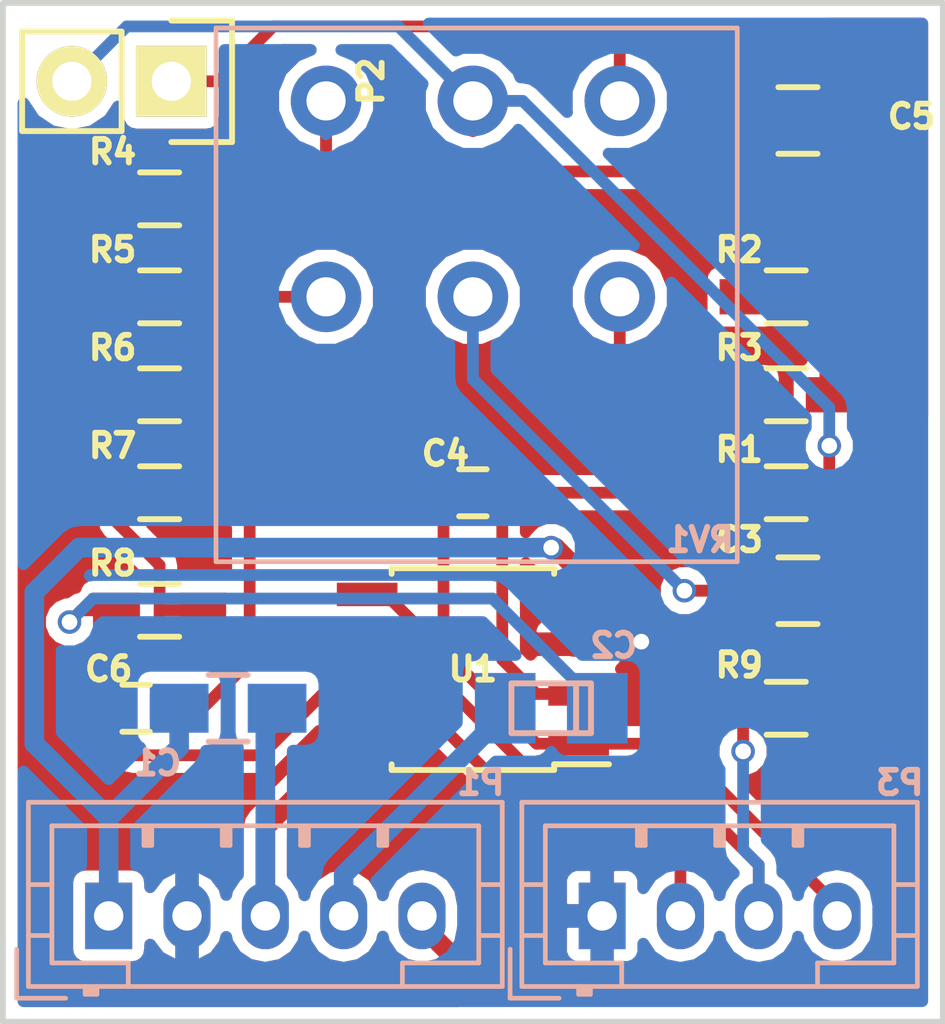
<source format=kicad_pcb>
(kicad_pcb (version 4) (host pcbnew 4.0.4-1.fc24-product)

  (general
    (links 38)
    (no_connects 0)
    (area 139.674999 66.864286 164.085715 95.075001)
    (thickness 1.6)
    (drawings 8)
    (tracks 146)
    (zones 0)
    (modules 20)
    (nets 18)
  )

  (page A4)
  (layers
    (0 F.Cu signal)
    (31 B.Cu signal)
    (32 B.Adhes user)
    (33 F.Adhes user)
    (34 B.Paste user)
    (35 F.Paste user)
    (36 B.SilkS user)
    (37 F.SilkS user)
    (38 B.Mask user)
    (39 F.Mask user)
    (40 Dwgs.User user)
    (41 Cmts.User user)
    (42 Eco1.User user)
    (43 Eco2.User user)
    (44 Edge.Cuts user)
    (45 Margin user)
    (46 B.CrtYd user)
    (47 F.CrtYd user)
    (48 B.Fab user)
    (49 F.Fab user)
  )

  (setup
    (last_trace_width 0.3)
    (trace_clearance 0.3)
    (zone_clearance 0.3)
    (zone_45_only no)
    (trace_min 0.3)
    (segment_width 0.2)
    (edge_width 0.15)
    (via_size 0.6)
    (via_drill 0.4)
    (via_min_size 0.4)
    (via_min_drill 0.3)
    (uvia_size 0.3)
    (uvia_drill 0.1)
    (uvias_allowed no)
    (uvia_min_size 0.2)
    (uvia_min_drill 0.1)
    (pcb_text_width 0.3)
    (pcb_text_size 1.5 1.5)
    (mod_edge_width 0.15)
    (mod_text_size 0.6 0.6)
    (mod_text_width 0.15)
    (pad_size 1.8 1.8)
    (pad_drill 1)
    (pad_to_mask_clearance 0.2)
    (aux_axis_origin 0 0)
    (visible_elements 7FFFFFFF)
    (pcbplotparams
      (layerselection 0x010fc_80000001)
      (usegerberextensions true)
      (usegerberattributes true)
      (excludeedgelayer true)
      (linewidth 0.100000)
      (plotframeref false)
      (viasonmask false)
      (mode 1)
      (useauxorigin false)
      (hpglpennumber 1)
      (hpglpenspeed 20)
      (hpglpendiameter 15)
      (hpglpenoverlay 2)
      (psnegative false)
      (psa4output false)
      (plotreference true)
      (plotvalue true)
      (plotinvisibletext false)
      (padsonsilk false)
      (subtractmaskfromsilk false)
      (outputformat 1)
      (mirror false)
      (drillshape 0)
      (scaleselection 1)
      (outputdirectory ../../GERBER/F0_BT/))
  )

  (net 0 "")
  (net 1 /V+)
  (net 2 Earth)
  (net 3 /MID_O)
  (net 4 /OUT)
  (net 5 /TW)
  (net 6 "Net-(C3-Pad2)")
  (net 7 /MID_I)
  (net 8 /B+)
  (net 9 /B-)
  (net 10 /Vref)
  (net 11 /IN)
  (net 12 /MID_R)
  (net 13 /BW)
  (net 14 /T-)
  (net 15 /T+)
  (net 16 "Net-(C6-Pad2)")
  (net 17 "Net-(C2-Pad1)")

  (net_class Default "This is the default net class."
    (clearance 0.3)
    (trace_width 0.3)
    (via_dia 0.6)
    (via_drill 0.4)
    (uvia_dia 0.3)
    (uvia_drill 0.1)
    (add_net /B+)
    (add_net /B-)
    (add_net /BW)
    (add_net /IN)
    (add_net /MID_I)
    (add_net /MID_O)
    (add_net /MID_R)
    (add_net /OUT)
    (add_net /T+)
    (add_net /T-)
    (add_net /TW)
    (add_net /V+)
    (add_net /Vref)
    (add_net Earth)
    (add_net "Net-(C2-Pad1)")
    (add_net "Net-(C3-Pad2)")
    (add_net "Net-(C6-Pad2)")
  )

  (net_class PWR ""
    (clearance 0.3)
    (trace_width 0.5)
    (via_dia 0.6)
    (via_drill 0.4)
    (uvia_dia 0.3)
    (uvia_drill 0.1)
  )

  (module LIBS:Potentiometer_Alpha_Double_Vertical_Dual_Shaft (layer B.Cu) (tedit 5A739FFE) (tstamp 5A73A0C9)
    (at 148.25 71.5 90)
    (descr "Potentiometer, vertically mounted, Omeg PC16PU, Omeg PC16PU, Omeg PC16PU, Vishay/Spectrol 248GJ/249GJ Single, Vishay/Spectrol 248GJ/249GJ Single, Vishay/Spectrol 248GJ/249GJ Single, Vishay/Spectrol 248GH/249GH Single, Vishay/Spectrol 148/149 Single, Vishay/Spectrol 148/149 Single, Vishay/Spectrol 148/149 Single, Vishay/Spectrol 148A/149A Single with mounting plates, Vishay/Spectrol 148/149 Double, Vishay/Spectrol 148A/149A Double with mounting plates, Piher PC-16 Single, Piher PC-16 Single, Piher PC-16 Single, Piher PC-16SV Single, Piher PC-16 Double, Piher PC-16 Triple, Piher T16H Single, Piher T16L Single, Piher T16H Double, Alps RK163 Single, Alps RK163 Double, Alps RK097 Single, Alps RK097 Double, http://www.alps.com/prod/info/E/HTML/Potentiometer/RotaryPotentiometers/RK097/RK09712100AV.html")
    (tags "Potentiometer vertical  Omeg PC16PU  Omeg PC16PU  Omeg PC16PU  Vishay/Spectrol 248GJ/249GJ Single  Vishay/Spectrol 248GJ/249GJ Single  Vishay/Spectrol 248GJ/249GJ Single  Vishay/Spectrol 248GH/249GH Single  Vishay/Spectrol 148/149 Single  Vishay/Spectrol 148/149 Single  Vishay/Spectrol 148/149 Single  Vishay/Spectrol 148A/149A Single with mounting plates  Vishay/Spectrol 148/149 Double  Vishay/Spectrol 148A/149A Double with mounting plates  Piher PC-16 Single  Piher PC-16 Single  Piher PC-16 Single  Piher PC-16SV Single  Piher PC-16 Double  Piher PC-16 Triple  Piher T16H Single  Piher T16L Single  Piher T16H Double  Alps RK163 Single  Alps RK163 Double  Alps RK097 Single  Alps RK097 Double Dual Shaft")
    (path /5A289F35)
    (fp_text reference RV1 (at -11.2 9.55 180) (layer B.SilkS)
      (effects (font (size 0.6 0.6) (thickness 0.15)) (justify mirror))
    )
    (fp_text value DUAL_POT (at 2.15 -3.9 90) (layer B.Fab) hide
      (effects (font (size 0.6 0.6) (thickness 0.15)) (justify mirror))
    )
    (fp_line (start -11.7 10.45) (end -11.7 -2.75) (layer B.Fab) (width 0.1))
    (fp_line (start -11.7 -2.75) (end 1.8 -2.75) (layer B.Fab) (width 0.1))
    (fp_line (start 1.8 -2.75) (end 1.8 10.45) (layer B.Fab) (width 0.1))
    (fp_line (start 1.8 10.45) (end -11.7 10.45) (layer B.Fab) (width 0.1))
    (fp_line (start -11.76 10.5) (end 1.86 10.5) (layer B.SilkS) (width 0.12))
    (fp_line (start -11.76 -2.81) (end 1.86 -2.81) (layer B.SilkS) (width 0.12))
    (fp_line (start -11.76 10.5) (end -11.76 -2.81) (layer B.SilkS) (width 0.12))
    (fp_line (start 1.86 10.5) (end 1.86 -2.81) (layer B.SilkS) (width 0.12))
    (fp_line (start -12.15 10.7) (end -12.15 -3) (layer B.CrtYd) (width 0.05))
    (fp_line (start -12.15 -3) (end 2.1 -3) (layer B.CrtYd) (width 0.05))
    (fp_line (start 2.1 -3) (end 2.1 10.7) (layer B.CrtYd) (width 0.05))
    (fp_line (start 2.1 10.7) (end -12.15 10.7) (layer B.CrtYd) (width 0.05))
    (pad 3 thru_hole circle (at 0 7.5 90) (size 1.8 1.8) (drill 1) (layers *.Cu *.Mask)
      (net 8 /B+))
    (pad 2 thru_hole circle (at 0 3.75 90) (size 1.8 1.8) (drill 1) (layers *.Cu *.Mask)
      (net 13 /BW))
    (pad 1 thru_hole circle (at 0 0 90) (size 1.8 1.8) (drill 1) (layers *.Cu *.Mask)
      (net 9 /B-))
    (pad 6 thru_hole circle (at -5 7.5 90) (size 1.8 1.8) (drill 1) (layers *.Cu *.Mask)
      (net 15 /T+))
    (pad 5 thru_hole circle (at -5 3.75 90) (size 1.8 1.8) (drill 1) (layers *.Cu *.Mask)
      (net 5 /TW))
    (pad 4 thru_hole circle (at -5 0 90) (size 1.8 1.8) (drill 1) (layers *.Cu *.Mask)
      (net 14 /T-))
    (model Potentiometers.3dshapes/Potentiometer_Alps_RK097_Double_Vertical.wrl
      (at (xyz 0 0 0))
      (scale (xyz 0.393701 0.393701 0.393701))
      (rotate (xyz 0 0 0))
    )
  )

  (module Connectors_JST:JST_PH_B4B-PH-K_04x2.00mm_Straight (layer B.Cu) (tedit 5A66A39C) (tstamp 5A66A36F)
    (at 155.3 92.3)
    (descr "JST PH series connector, B4B-PH-K, top entry type, through hole, Datasheet: http://www.jst-mfg.com/product/pdf/eng/ePH.pdf")
    (tags "connector jst ph")
    (path /5A667029)
    (fp_text reference P3 (at 7.6 -3.4) (layer B.SilkS)
      (effects (font (size 0.6 0.6) (thickness 0.15)) (justify mirror))
    )
    (fp_text value CONN_01X04 (at 3 -3.8) (layer B.Fab) hide
      (effects (font (size 0.6 0.6) (thickness 0.15)) (justify mirror))
    )
    (fp_line (start -2.05 1.8) (end -2.05 -2.9) (layer B.SilkS) (width 0.12))
    (fp_line (start -2.05 -2.9) (end 8.05 -2.9) (layer B.SilkS) (width 0.12))
    (fp_line (start 8.05 -2.9) (end 8.05 1.8) (layer B.SilkS) (width 0.12))
    (fp_line (start 8.05 1.8) (end -2.05 1.8) (layer B.SilkS) (width 0.12))
    (fp_line (start 0.5 1.8) (end 0.5 1.2) (layer B.SilkS) (width 0.12))
    (fp_line (start 0.5 1.2) (end -1.45 1.2) (layer B.SilkS) (width 0.12))
    (fp_line (start -1.45 1.2) (end -1.45 -2.3) (layer B.SilkS) (width 0.12))
    (fp_line (start -1.45 -2.3) (end 7.45 -2.3) (layer B.SilkS) (width 0.12))
    (fp_line (start 7.45 -2.3) (end 7.45 1.2) (layer B.SilkS) (width 0.12))
    (fp_line (start 7.45 1.2) (end 5.5 1.2) (layer B.SilkS) (width 0.12))
    (fp_line (start 5.5 1.2) (end 5.5 1.8) (layer B.SilkS) (width 0.12))
    (fp_line (start -2.05 0.5) (end -1.45 0.5) (layer B.SilkS) (width 0.12))
    (fp_line (start -2.05 -0.8) (end -1.45 -0.8) (layer B.SilkS) (width 0.12))
    (fp_line (start 8.05 0.5) (end 7.45 0.5) (layer B.SilkS) (width 0.12))
    (fp_line (start 8.05 -0.8) (end 7.45 -0.8) (layer B.SilkS) (width 0.12))
    (fp_line (start -0.3 1.8) (end -0.3 2) (layer B.SilkS) (width 0.12))
    (fp_line (start -0.3 2) (end -0.6 2) (layer B.SilkS) (width 0.12))
    (fp_line (start -0.6 2) (end -0.6 1.8) (layer B.SilkS) (width 0.12))
    (fp_line (start -0.3 1.9) (end -0.6 1.9) (layer B.SilkS) (width 0.12))
    (fp_line (start 0.9 -2.3) (end 0.9 -1.8) (layer B.SilkS) (width 0.12))
    (fp_line (start 0.9 -1.8) (end 1.1 -1.8) (layer B.SilkS) (width 0.12))
    (fp_line (start 1.1 -1.8) (end 1.1 -2.3) (layer B.SilkS) (width 0.12))
    (fp_line (start 1 -2.3) (end 1 -1.8) (layer B.SilkS) (width 0.12))
    (fp_line (start 2.9 -2.3) (end 2.9 -1.8) (layer B.SilkS) (width 0.12))
    (fp_line (start 2.9 -1.8) (end 3.1 -1.8) (layer B.SilkS) (width 0.12))
    (fp_line (start 3.1 -1.8) (end 3.1 -2.3) (layer B.SilkS) (width 0.12))
    (fp_line (start 3 -2.3) (end 3 -1.8) (layer B.SilkS) (width 0.12))
    (fp_line (start 4.9 -2.3) (end 4.9 -1.8) (layer B.SilkS) (width 0.12))
    (fp_line (start 4.9 -1.8) (end 5.1 -1.8) (layer B.SilkS) (width 0.12))
    (fp_line (start 5.1 -1.8) (end 5.1 -2.3) (layer B.SilkS) (width 0.12))
    (fp_line (start 5 -2.3) (end 5 -1.8) (layer B.SilkS) (width 0.12))
    (fp_line (start -1.1 2.1) (end -2.35 2.1) (layer B.SilkS) (width 0.12))
    (fp_line (start -2.35 2.1) (end -2.35 0.85) (layer B.SilkS) (width 0.12))
    (fp_line (start -1.1 2.1) (end -2.35 2.1) (layer B.Fab) (width 0.1))
    (fp_line (start -2.35 2.1) (end -2.35 0.85) (layer B.Fab) (width 0.1))
    (fp_line (start -1.95 1.7) (end -1.95 -2.8) (layer B.Fab) (width 0.1))
    (fp_line (start -1.95 -2.8) (end 7.95 -2.8) (layer B.Fab) (width 0.1))
    (fp_line (start 7.95 -2.8) (end 7.95 1.7) (layer B.Fab) (width 0.1))
    (fp_line (start 7.95 1.7) (end -1.95 1.7) (layer B.Fab) (width 0.1))
    (fp_line (start -2.45 2.2) (end -2.45 -3.3) (layer B.CrtYd) (width 0.05))
    (fp_line (start -2.45 -3.3) (end 8.45 -3.3) (layer B.CrtYd) (width 0.05))
    (fp_line (start 8.45 -3.3) (end 8.45 2.2) (layer B.CrtYd) (width 0.05))
    (fp_line (start 8.45 2.2) (end -2.45 2.2) (layer B.CrtYd) (width 0.05))
    (fp_text user %R (at 3 -1.5) (layer B.Fab) hide
      (effects (font (size 0.6 0.6) (thickness 0.15)) (justify mirror))
    )
    (pad 1 thru_hole rect (at 0 0) (size 1.2 1.7) (drill 0.75) (layers *.Cu *.Mask)
      (net 10 /Vref))
    (pad 2 thru_hole oval (at 2 0) (size 1.2 1.7) (drill 0.75) (layers *.Cu *.Mask)
      (net 3 /MID_O))
    (pad 3 thru_hole oval (at 4 0) (size 1.2 1.7) (drill 0.75) (layers *.Cu *.Mask)
      (net 12 /MID_R))
    (pad 4 thru_hole oval (at 6 0) (size 1.2 1.7) (drill 0.75) (layers *.Cu *.Mask)
      (net 7 /MID_I))
    (model ${KISYS3DMOD}/Connectors_JST.3dshapes/JST_PH_B4B-PH-K_04x2.00mm_Straight.wrl
      (at (xyz 0 0 0))
      (scale (xyz 1 1 1))
      (rotate (xyz 0 0 0))
    )
  )

  (module Housings_SOIC:SOIC-8_3.9x4.9mm_Pitch1.27mm (layer F.Cu) (tedit 5A6902BB) (tstamp 5A66A3B5)
    (at 152 86 180)
    (descr "8-Lead Plastic Small Outline (SN) - Narrow, 3.90 mm Body [SOIC] (see Microchip Packaging Specification 00000049BS.pdf)")
    (tags "SOIC 1.27")
    (path /5A666491)
    (attr smd)
    (fp_text reference U1 (at 0 0 180) (layer F.SilkS)
      (effects (font (size 0.6 0.6) (thickness 0.15)))
    )
    (fp_text value MC33178 (at 0 3.5 180) (layer F.Fab) hide
      (effects (font (size 0.6 0.6) (thickness 0.15)))
    )
    (fp_line (start -3.75 -2.75) (end -3.75 2.75) (layer F.CrtYd) (width 0.05))
    (fp_line (start 3.75 -2.75) (end 3.75 2.75) (layer F.CrtYd) (width 0.05))
    (fp_line (start -3.75 -2.75) (end 3.75 -2.75) (layer F.CrtYd) (width 0.05))
    (fp_line (start -3.75 2.75) (end 3.75 2.75) (layer F.CrtYd) (width 0.05))
    (fp_line (start -2.075 -2.575) (end -2.075 -2.43) (layer F.SilkS) (width 0.15))
    (fp_line (start 2.075 -2.575) (end 2.075 -2.43) (layer F.SilkS) (width 0.15))
    (fp_line (start 2.075 2.575) (end 2.075 2.43) (layer F.SilkS) (width 0.15))
    (fp_line (start -2.075 2.575) (end -2.075 2.43) (layer F.SilkS) (width 0.15))
    (fp_line (start -2.075 -2.575) (end 2.075 -2.575) (layer F.SilkS) (width 0.15))
    (fp_line (start -2.075 2.575) (end 2.075 2.575) (layer F.SilkS) (width 0.15))
    (fp_line (start -2.075 -2.43) (end -3.475 -2.43) (layer F.SilkS) (width 0.15))
    (pad 1 smd rect (at -2.7 -1.905 180) (size 1.55 0.6) (layers F.Cu F.Paste F.Mask)
      (net 7 /MID_I))
    (pad 2 smd rect (at -2.7 -0.635 180) (size 1.55 0.6) (layers F.Cu F.Paste F.Mask)
      (net 6 "Net-(C3-Pad2)"))
    (pad 3 smd rect (at -2.7 0.635 180) (size 1.55 0.6) (layers F.Cu F.Paste F.Mask)
      (net 10 /Vref))
    (pad 4 smd rect (at -2.7 1.905 180) (size 1.55 0.6) (layers F.Cu F.Paste F.Mask)
      (net 2 Earth))
    (pad 5 smd rect (at 2.7 1.905 180) (size 1.55 0.6) (layers F.Cu F.Paste F.Mask)
      (net 12 /MID_R))
    (pad 6 smd rect (at 2.7 0.635 180) (size 1.55 0.6) (layers F.Cu F.Paste F.Mask)
      (net 16 "Net-(C6-Pad2)"))
    (pad 7 smd rect (at 2.7 -0.635 180) (size 1.55 0.6) (layers F.Cu F.Paste F.Mask)
      (net 3 /MID_O))
    (pad 8 smd rect (at 2.7 -1.905 180) (size 1.55 0.6) (layers F.Cu F.Paste F.Mask)
      (net 1 /V+))
    (model Housings_SOIC.3dshapes/SOIC-8_3.9x4.9mm_Pitch1.27mm.wrl
      (at (xyz 0 0 0))
      (scale (xyz 1 1 1))
      (rotate (xyz 0 0 0))
    )
  )

  (module Connectors_JST:JST_PH_B5B-PH-K_05x2.00mm_Straight (layer B.Cu) (tedit 5A66A374) (tstamp 5A66A361)
    (at 142.7 92.3)
    (descr "JST PH series connector, B5B-PH-K, top entry type, through hole, Datasheet: http://www.jst-mfg.com/product/pdf/eng/ePH.pdf")
    (tags "connector jst ph")
    (path /5A5738E3)
    (fp_text reference P1 (at 9.5 -3.4) (layer B.SilkS)
      (effects (font (size 0.6 0.6) (thickness 0.15)) (justify mirror))
    )
    (fp_text value CONN_01X05 (at 4 -3.8) (layer B.Fab) hide
      (effects (font (size 0.6 0.6) (thickness 0.15)) (justify mirror))
    )
    (fp_line (start -2.05 1.8) (end -2.05 -2.9) (layer B.SilkS) (width 0.12))
    (fp_line (start -2.05 -2.9) (end 10.05 -2.9) (layer B.SilkS) (width 0.12))
    (fp_line (start 10.05 -2.9) (end 10.05 1.8) (layer B.SilkS) (width 0.12))
    (fp_line (start 10.05 1.8) (end -2.05 1.8) (layer B.SilkS) (width 0.12))
    (fp_line (start 0.5 1.8) (end 0.5 1.2) (layer B.SilkS) (width 0.12))
    (fp_line (start 0.5 1.2) (end -1.45 1.2) (layer B.SilkS) (width 0.12))
    (fp_line (start -1.45 1.2) (end -1.45 -2.3) (layer B.SilkS) (width 0.12))
    (fp_line (start -1.45 -2.3) (end 9.45 -2.3) (layer B.SilkS) (width 0.12))
    (fp_line (start 9.45 -2.3) (end 9.45 1.2) (layer B.SilkS) (width 0.12))
    (fp_line (start 9.45 1.2) (end 7.5 1.2) (layer B.SilkS) (width 0.12))
    (fp_line (start 7.5 1.2) (end 7.5 1.8) (layer B.SilkS) (width 0.12))
    (fp_line (start -2.05 0.5) (end -1.45 0.5) (layer B.SilkS) (width 0.12))
    (fp_line (start -2.05 -0.8) (end -1.45 -0.8) (layer B.SilkS) (width 0.12))
    (fp_line (start 10.05 0.5) (end 9.45 0.5) (layer B.SilkS) (width 0.12))
    (fp_line (start 10.05 -0.8) (end 9.45 -0.8) (layer B.SilkS) (width 0.12))
    (fp_line (start -0.3 1.8) (end -0.3 2) (layer B.SilkS) (width 0.12))
    (fp_line (start -0.3 2) (end -0.6 2) (layer B.SilkS) (width 0.12))
    (fp_line (start -0.6 2) (end -0.6 1.8) (layer B.SilkS) (width 0.12))
    (fp_line (start -0.3 1.9) (end -0.6 1.9) (layer B.SilkS) (width 0.12))
    (fp_line (start 0.9 -2.3) (end 0.9 -1.8) (layer B.SilkS) (width 0.12))
    (fp_line (start 0.9 -1.8) (end 1.1 -1.8) (layer B.SilkS) (width 0.12))
    (fp_line (start 1.1 -1.8) (end 1.1 -2.3) (layer B.SilkS) (width 0.12))
    (fp_line (start 1 -2.3) (end 1 -1.8) (layer B.SilkS) (width 0.12))
    (fp_line (start 2.9 -2.3) (end 2.9 -1.8) (layer B.SilkS) (width 0.12))
    (fp_line (start 2.9 -1.8) (end 3.1 -1.8) (layer B.SilkS) (width 0.12))
    (fp_line (start 3.1 -1.8) (end 3.1 -2.3) (layer B.SilkS) (width 0.12))
    (fp_line (start 3 -2.3) (end 3 -1.8) (layer B.SilkS) (width 0.12))
    (fp_line (start 4.9 -2.3) (end 4.9 -1.8) (layer B.SilkS) (width 0.12))
    (fp_line (start 4.9 -1.8) (end 5.1 -1.8) (layer B.SilkS) (width 0.12))
    (fp_line (start 5.1 -1.8) (end 5.1 -2.3) (layer B.SilkS) (width 0.12))
    (fp_line (start 5 -2.3) (end 5 -1.8) (layer B.SilkS) (width 0.12))
    (fp_line (start 6.9 -2.3) (end 6.9 -1.8) (layer B.SilkS) (width 0.12))
    (fp_line (start 6.9 -1.8) (end 7.1 -1.8) (layer B.SilkS) (width 0.12))
    (fp_line (start 7.1 -1.8) (end 7.1 -2.3) (layer B.SilkS) (width 0.12))
    (fp_line (start 7 -2.3) (end 7 -1.8) (layer B.SilkS) (width 0.12))
    (fp_line (start -1.1 2.1) (end -2.35 2.1) (layer B.SilkS) (width 0.12))
    (fp_line (start -2.35 2.1) (end -2.35 0.85) (layer B.SilkS) (width 0.12))
    (fp_line (start -1.1 2.1) (end -2.35 2.1) (layer B.Fab) (width 0.1))
    (fp_line (start -2.35 2.1) (end -2.35 0.85) (layer B.Fab) (width 0.1))
    (fp_line (start -1.95 1.7) (end -1.95 -2.8) (layer B.Fab) (width 0.1))
    (fp_line (start -1.95 -2.8) (end 9.95 -2.8) (layer B.Fab) (width 0.1))
    (fp_line (start 9.95 -2.8) (end 9.95 1.7) (layer B.Fab) (width 0.1))
    (fp_line (start 9.95 1.7) (end -1.95 1.7) (layer B.Fab) (width 0.1))
    (fp_line (start -2.45 2.2) (end -2.45 -3.3) (layer B.CrtYd) (width 0.05))
    (fp_line (start -2.45 -3.3) (end 10.45 -3.3) (layer B.CrtYd) (width 0.05))
    (fp_line (start 10.45 -3.3) (end 10.45 2.2) (layer B.CrtYd) (width 0.05))
    (fp_line (start 10.45 2.2) (end -2.45 2.2) (layer B.CrtYd) (width 0.05))
    (fp_text user %R (at 4 -1.5) (layer B.Fab) hide
      (effects (font (size 0.6 0.6) (thickness 0.15)) (justify mirror))
    )
    (pad 1 thru_hole rect (at 0 0) (size 1.2 1.7) (drill 0.75) (layers *.Cu *.Mask)
      (net 2 Earth))
    (pad 2 thru_hole oval (at 2 0) (size 1.2 1.7) (drill 0.75) (layers *.Cu *.Mask)
      (net 10 /Vref))
    (pad 3 thru_hole oval (at 4 0) (size 1.2 1.7) (drill 0.75) (layers *.Cu *.Mask)
      (net 1 /V+))
    (pad 4 thru_hole oval (at 6 0) (size 1.2 1.7) (drill 0.75) (layers *.Cu *.Mask)
      (net 4 /OUT))
    (pad 5 thru_hole oval (at 8 0) (size 1.2 1.7) (drill 0.75) (layers *.Cu *.Mask)
      (net 11 /IN))
    (model ${KISYS3DMOD}/Connectors_JST.3dshapes/JST_PH_B5B-PH-K_05x2.00mm_Straight.wrl
      (at (xyz 0 0 0))
      (scale (xyz 1 1 1))
      (rotate (xyz 0 0 0))
    )
  )

  (module Resistors_SMD:R_0603_HandSoldering (layer F.Cu) (tedit 5AF38489) (tstamp 5A66A39F)
    (at 144 84.5)
    (descr "Resistor SMD 0603, hand soldering")
    (tags "resistor 0603")
    (path /5A666973)
    (attr smd)
    (fp_text reference R8 (at -1.2 -1.2) (layer F.SilkS)
      (effects (font (size 0.6 0.6) (thickness 0.15)))
    )
    (fp_text value 1k (at 0 1.9) (layer F.Fab) hide
      (effects (font (size 0.6 0.6) (thickness 0.15)))
    )
    (fp_line (start -2 -0.8) (end 2 -0.8) (layer F.CrtYd) (width 0.05))
    (fp_line (start -2 0.8) (end 2 0.8) (layer F.CrtYd) (width 0.05))
    (fp_line (start -2 -0.8) (end -2 0.8) (layer F.CrtYd) (width 0.05))
    (fp_line (start 2 -0.8) (end 2 0.8) (layer F.CrtYd) (width 0.05))
    (fp_line (start 0.5 0.675) (end -0.5 0.675) (layer F.SilkS) (width 0.15))
    (fp_line (start -0.5 -0.675) (end 0.5 -0.675) (layer F.SilkS) (width 0.15))
    (pad 1 smd rect (at -1.1 0) (size 1.2 0.9) (layers F.Cu F.Paste F.Mask)
      (net 17 "Net-(C2-Pad1)"))
    (pad 2 smd rect (at 1.1 0) (size 1.2 0.9) (layers F.Cu F.Paste F.Mask)
      (net 3 /MID_O))
    (model Resistors_SMD.3dshapes/R_0603_HandSoldering.wrl
      (at (xyz 0 0 0))
      (scale (xyz 1 1 1))
      (rotate (xyz 0 0 0))
    )
  )

  (module Resistors_SMD:R_0603_HandSoldering (layer F.Cu) (tedit 5AF38465) (tstamp 5A66A375)
    (at 160 81.5 180)
    (descr "Resistor SMD 0603, hand soldering")
    (tags "resistor 0603")
    (path /5A2889CA)
    (attr smd)
    (fp_text reference R1 (at 1.2 1.1 180) (layer F.SilkS)
      (effects (font (size 0.6 0.6) (thickness 0.15)))
    )
    (fp_text value 1.8k (at 0 1.9 180) (layer F.Fab) hide
      (effects (font (size 0.6 0.6) (thickness 0.15)))
    )
    (fp_line (start -2 -0.8) (end 2 -0.8) (layer F.CrtYd) (width 0.05))
    (fp_line (start -2 0.8) (end 2 0.8) (layer F.CrtYd) (width 0.05))
    (fp_line (start -2 -0.8) (end -2 0.8) (layer F.CrtYd) (width 0.05))
    (fp_line (start 2 -0.8) (end 2 0.8) (layer F.CrtYd) (width 0.05))
    (fp_line (start 0.5 0.675) (end -0.5 0.675) (layer F.SilkS) (width 0.15))
    (fp_line (start -0.5 -0.675) (end 0.5 -0.675) (layer F.SilkS) (width 0.15))
    (pad 1 smd rect (at -1.1 0 180) (size 1.2 0.9) (layers F.Cu F.Paste F.Mask)
      (net 13 /BW))
    (pad 2 smd rect (at 1.1 0 180) (size 1.2 0.9) (layers F.Cu F.Paste F.Mask)
      (net 6 "Net-(C3-Pad2)"))
    (model Resistors_SMD.3dshapes/R_0603_HandSoldering.wrl
      (at (xyz 0 0 0))
      (scale (xyz 1 1 1))
      (rotate (xyz 0 0 0))
    )
  )

  (module Resistors_SMD:R_0603_HandSoldering (layer F.Cu) (tedit 5AF3846F) (tstamp 5A66A37B)
    (at 160 76.5)
    (descr "Resistor SMD 0603, hand soldering")
    (tags "resistor 0603")
    (path /5A288A43)
    (attr smd)
    (fp_text reference R2 (at -1.2 -1.2) (layer F.SilkS)
      (effects (font (size 0.6 0.6) (thickness 0.15)))
    )
    (fp_text value 6.8k (at 0 1.9) (layer F.Fab) hide
      (effects (font (size 0.6 0.6) (thickness 0.15)))
    )
    (fp_line (start -2 -0.8) (end 2 -0.8) (layer F.CrtYd) (width 0.05))
    (fp_line (start -2 0.8) (end 2 0.8) (layer F.CrtYd) (width 0.05))
    (fp_line (start -2 -0.8) (end -2 0.8) (layer F.CrtYd) (width 0.05))
    (fp_line (start 2 -0.8) (end 2 0.8) (layer F.CrtYd) (width 0.05))
    (fp_line (start 0.5 0.675) (end -0.5 0.675) (layer F.SilkS) (width 0.15))
    (fp_line (start -0.5 -0.675) (end 0.5 -0.675) (layer F.SilkS) (width 0.15))
    (pad 1 smd rect (at -1.1 0) (size 1.2 0.9) (layers F.Cu F.Paste F.Mask)
      (net 8 /B+))
    (pad 2 smd rect (at 1.1 0) (size 1.2 0.9) (layers F.Cu F.Paste F.Mask)
      (net 11 /IN))
    (model Resistors_SMD.3dshapes/R_0603_HandSoldering.wrl
      (at (xyz 0 0 0))
      (scale (xyz 1 1 1))
      (rotate (xyz 0 0 0))
    )
  )

  (module Capacitors_SMD:C_0805_HandSoldering (layer F.Cu) (tedit 5AF384A6) (tstamp 5A66A34C)
    (at 160.3 84)
    (descr "Capacitor SMD 0805, hand soldering")
    (tags "capacitor 0805")
    (path /5A2890E1)
    (attr smd)
    (fp_text reference C3 (at -1.5 -1.3) (layer F.SilkS)
      (effects (font (size 0.6 0.6) (thickness 0.15)))
    )
    (fp_text value 10n (at 0 2.1) (layer F.Fab) hide
      (effects (font (size 0.6 0.6) (thickness 0.15)))
    )
    (fp_line (start -2.3 -1) (end 2.3 -1) (layer F.CrtYd) (width 0.05))
    (fp_line (start -2.3 1) (end 2.3 1) (layer F.CrtYd) (width 0.05))
    (fp_line (start -2.3 -1) (end -2.3 1) (layer F.CrtYd) (width 0.05))
    (fp_line (start 2.3 -1) (end 2.3 1) (layer F.CrtYd) (width 0.05))
    (fp_line (start 0.5 -0.85) (end -0.5 -0.85) (layer F.SilkS) (width 0.15))
    (fp_line (start -0.5 0.85) (end 0.5 0.85) (layer F.SilkS) (width 0.15))
    (pad 1 smd rect (at -1.25 0) (size 1.5 1.25) (layers F.Cu F.Paste F.Mask)
      (net 5 /TW))
    (pad 2 smd rect (at 1.25 0) (size 1.5 1.25) (layers F.Cu F.Paste F.Mask)
      (net 6 "Net-(C3-Pad2)"))
    (model Capacitors_SMD.3dshapes/C_0805_HandSoldering.wrl
      (at (xyz 0 0 0))
      (scale (xyz 1 1 1))
      (rotate (xyz 0 0 0))
    )
  )

  (module Resistors_SMD:R_0603_HandSoldering (layer F.Cu) (tedit 5AF3846B) (tstamp 5A66A381)
    (at 160 79)
    (descr "Resistor SMD 0603, hand soldering")
    (tags "resistor 0603")
    (path /5A289144)
    (attr smd)
    (fp_text reference R3 (at -1.2 -1.2) (layer F.SilkS)
      (effects (font (size 0.6 0.6) (thickness 0.15)))
    )
    (fp_text value 1.8k (at 0 1.9) (layer F.Fab) hide
      (effects (font (size 0.6 0.6) (thickness 0.15)))
    )
    (fp_line (start -2 -0.8) (end 2 -0.8) (layer F.CrtYd) (width 0.05))
    (fp_line (start -2 0.8) (end 2 0.8) (layer F.CrtYd) (width 0.05))
    (fp_line (start -2 -0.8) (end -2 0.8) (layer F.CrtYd) (width 0.05))
    (fp_line (start 2 -0.8) (end 2 0.8) (layer F.CrtYd) (width 0.05))
    (fp_line (start 0.5 0.675) (end -0.5 0.675) (layer F.SilkS) (width 0.15))
    (fp_line (start -0.5 -0.675) (end 0.5 -0.675) (layer F.SilkS) (width 0.15))
    (pad 1 smd rect (at -1.1 0) (size 1.2 0.9) (layers F.Cu F.Paste F.Mask)
      (net 15 /T+))
    (pad 2 smd rect (at 1.1 0) (size 1.2 0.9) (layers F.Cu F.Paste F.Mask)
      (net 11 /IN))
    (model Resistors_SMD.3dshapes/R_0603_HandSoldering.wrl
      (at (xyz 0 0 0))
      (scale (xyz 1 1 1))
      (rotate (xyz 0 0 0))
    )
  )

  (module Resistors_SMD:R_0603_HandSoldering (layer F.Cu) (tedit 5AF38482) (tstamp 5A66A399)
    (at 144 81.5)
    (descr "Resistor SMD 0603, hand soldering")
    (tags "resistor 0603")
    (path /5A666918)
    (attr smd)
    (fp_text reference R7 (at -1.2 -1.2) (layer F.SilkS)
      (effects (font (size 0.6 0.6) (thickness 0.15)))
    )
    (fp_text value 20k (at 0 1.9) (layer F.Fab) hide
      (effects (font (size 0.6 0.6) (thickness 0.15)))
    )
    (fp_line (start -2 -0.8) (end 2 -0.8) (layer F.CrtYd) (width 0.05))
    (fp_line (start -2 0.8) (end 2 0.8) (layer F.CrtYd) (width 0.05))
    (fp_line (start -2 -0.8) (end -2 0.8) (layer F.CrtYd) (width 0.05))
    (fp_line (start 2 -0.8) (end 2 0.8) (layer F.CrtYd) (width 0.05))
    (fp_line (start 0.5 0.675) (end -0.5 0.675) (layer F.SilkS) (width 0.15))
    (fp_line (start -0.5 -0.675) (end 0.5 -0.675) (layer F.SilkS) (width 0.15))
    (pad 1 smd rect (at -1.1 0) (size 1.2 0.9) (layers F.Cu F.Paste F.Mask)
      (net 3 /MID_O))
    (pad 2 smd rect (at 1.1 0) (size 1.2 0.9) (layers F.Cu F.Paste F.Mask)
      (net 16 "Net-(C6-Pad2)"))
    (model Resistors_SMD.3dshapes/R_0603_HandSoldering.wrl
      (at (xyz 0 0 0))
      (scale (xyz 1 1 1))
      (rotate (xyz 0 0 0))
    )
  )

  (module Resistors_SMD:R_0603_HandSoldering (layer F.Cu) (tedit 5AF38485) (tstamp 5A66A38D)
    (at 144 76.5)
    (descr "Resistor SMD 0603, hand soldering")
    (tags "resistor 0603")
    (path /5A289194)
    (attr smd)
    (fp_text reference R5 (at -1.2 -1.2) (layer F.SilkS)
      (effects (font (size 0.6 0.6) (thickness 0.15)))
    )
    (fp_text value 1.8k (at 0 1.9) (layer F.Fab) hide
      (effects (font (size 0.6 0.6) (thickness 0.15)))
    )
    (fp_line (start -2 -0.8) (end 2 -0.8) (layer F.CrtYd) (width 0.05))
    (fp_line (start -2 0.8) (end 2 0.8) (layer F.CrtYd) (width 0.05))
    (fp_line (start -2 -0.8) (end -2 0.8) (layer F.CrtYd) (width 0.05))
    (fp_line (start 2 -0.8) (end 2 0.8) (layer F.CrtYd) (width 0.05))
    (fp_line (start 0.5 0.675) (end -0.5 0.675) (layer F.SilkS) (width 0.15))
    (fp_line (start -0.5 -0.675) (end 0.5 -0.675) (layer F.SilkS) (width 0.15))
    (pad 1 smd rect (at -1.1 0) (size 1.2 0.9) (layers F.Cu F.Paste F.Mask)
      (net 7 /MID_I))
    (pad 2 smd rect (at 1.1 0) (size 1.2 0.9) (layers F.Cu F.Paste F.Mask)
      (net 14 /T-))
    (model Resistors_SMD.3dshapes/R_0603_HandSoldering.wrl
      (at (xyz 0 0 0))
      (scale (xyz 1 1 1))
      (rotate (xyz 0 0 0))
    )
  )

  (module Resistors_SMD:R_0603_HandSoldering (layer F.Cu) (tedit 5AF38475) (tstamp 5A66A387)
    (at 144 74)
    (descr "Resistor SMD 0603, hand soldering")
    (tags "resistor 0603")
    (path /5A288BAC)
    (attr smd)
    (fp_text reference R4 (at -1.2 -1.2) (layer F.SilkS)
      (effects (font (size 0.6 0.6) (thickness 0.15)))
    )
    (fp_text value 6.8k (at 0 1.9) (layer F.Fab) hide
      (effects (font (size 0.6 0.6) (thickness 0.15)))
    )
    (fp_line (start -2 -0.8) (end 2 -0.8) (layer F.CrtYd) (width 0.05))
    (fp_line (start -2 0.8) (end 2 0.8) (layer F.CrtYd) (width 0.05))
    (fp_line (start -2 -0.8) (end -2 0.8) (layer F.CrtYd) (width 0.05))
    (fp_line (start 2 -0.8) (end 2 0.8) (layer F.CrtYd) (width 0.05))
    (fp_line (start 0.5 0.675) (end -0.5 0.675) (layer F.SilkS) (width 0.15))
    (fp_line (start -0.5 -0.675) (end 0.5 -0.675) (layer F.SilkS) (width 0.15))
    (pad 1 smd rect (at -1.1 0) (size 1.2 0.9) (layers F.Cu F.Paste F.Mask)
      (net 7 /MID_I))
    (pad 2 smd rect (at 1.1 0) (size 1.2 0.9) (layers F.Cu F.Paste F.Mask)
      (net 9 /B-))
    (model Resistors_SMD.3dshapes/R_0603_HandSoldering.wrl
      (at (xyz 0 0 0))
      (scale (xyz 1 1 1))
      (rotate (xyz 0 0 0))
    )
  )

  (module Resistors_SMD:R_0603_HandSoldering (layer F.Cu) (tedit 5AF38484) (tstamp 5A66A393)
    (at 144 79)
    (descr "Resistor SMD 0603, hand soldering")
    (tags "resistor 0603")
    (path /5A666880)
    (attr smd)
    (fp_text reference R6 (at -1.2 -1.2) (layer F.SilkS)
      (effects (font (size 0.6 0.6) (thickness 0.15)))
    )
    (fp_text value 20k (at 0 1.9) (layer F.Fab) hide
      (effects (font (size 0.6 0.6) (thickness 0.15)))
    )
    (fp_line (start -2 -0.8) (end 2 -0.8) (layer F.CrtYd) (width 0.05))
    (fp_line (start -2 0.8) (end 2 0.8) (layer F.CrtYd) (width 0.05))
    (fp_line (start -2 -0.8) (end -2 0.8) (layer F.CrtYd) (width 0.05))
    (fp_line (start 2 -0.8) (end 2 0.8) (layer F.CrtYd) (width 0.05))
    (fp_line (start 0.5 0.675) (end -0.5 0.675) (layer F.SilkS) (width 0.15))
    (fp_line (start -0.5 -0.675) (end 0.5 -0.675) (layer F.SilkS) (width 0.15))
    (pad 1 smd rect (at -1.1 0) (size 1.2 0.9) (layers F.Cu F.Paste F.Mask)
      (net 16 "Net-(C6-Pad2)"))
    (pad 2 smd rect (at 1.1 0) (size 1.2 0.9) (layers F.Cu F.Paste F.Mask)
      (net 7 /MID_I))
    (model Resistors_SMD.3dshapes/R_0603_HandSoldering.wrl
      (at (xyz 0 0 0))
      (scale (xyz 1 1 1))
      (rotate (xyz 0 0 0))
    )
  )

  (module Capacitors_SMD:C_0805_HandSoldering (layer B.Cu) (tedit 5A66A41D) (tstamp 5A66A340)
    (at 145.75 87 180)
    (descr "Capacitor SMD 0805, hand soldering")
    (tags "capacitor 0805")
    (path /5A288695)
    (attr smd)
    (fp_text reference C1 (at 1.8 -1.4 180) (layer B.SilkS)
      (effects (font (size 0.6 0.6) (thickness 0.15)) (justify mirror))
    )
    (fp_text value 22u (at 0 -2.1 180) (layer B.Fab) hide
      (effects (font (size 0.6 0.6) (thickness 0.15)) (justify mirror))
    )
    (fp_line (start -2.3 1) (end 2.3 1) (layer B.CrtYd) (width 0.05))
    (fp_line (start -2.3 -1) (end 2.3 -1) (layer B.CrtYd) (width 0.05))
    (fp_line (start -2.3 1) (end -2.3 -1) (layer B.CrtYd) (width 0.05))
    (fp_line (start 2.3 1) (end 2.3 -1) (layer B.CrtYd) (width 0.05))
    (fp_line (start 0.5 0.85) (end -0.5 0.85) (layer B.SilkS) (width 0.15))
    (fp_line (start -0.5 -0.85) (end 0.5 -0.85) (layer B.SilkS) (width 0.15))
    (pad 1 smd rect (at -1.25 0 180) (size 1.5 1.25) (layers B.Cu B.Paste B.Mask)
      (net 1 /V+))
    (pad 2 smd rect (at 1.25 0 180) (size 1.5 1.25) (layers B.Cu B.Paste B.Mask)
      (net 2 Earth))
    (model Capacitors_SMD.3dshapes/C_0805_HandSoldering.wrl
      (at (xyz 0 0 0))
      (scale (xyz 1 1 1))
      (rotate (xyz 0 0 0))
    )
  )

  (module Capacitors_Tantalum_SMD:TantalC_SizeR_EIA-2012 (layer B.Cu) (tedit 5A66A62C) (tstamp 5A66A346)
    (at 154 87)
    (descr "Tantal Cap. , Size C, EIA-2012")
    (path /5A66629E)
    (fp_text reference C2 (at 1.6 -1.6) (layer B.SilkS)
      (effects (font (size 0.6 0.6) (thickness 0.15)) (justify mirror))
    )
    (fp_text value 10u (at 0 -1.27) (layer B.Fab) hide
      (effects (font (size 0.6 0.6) (thickness 0.15)) (justify mirror))
    )
    (fp_line (start 0.635 0.635) (end 0.635 -0.635) (layer B.SilkS) (width 0.15))
    (fp_line (start -1.016 0.635) (end -1.016 -0.635) (layer B.SilkS) (width 0.15))
    (fp_line (start -1.016 -0.635) (end 1.016 -0.635) (layer B.SilkS) (width 0.15))
    (fp_line (start 1.016 -0.635) (end 1.016 0.635) (layer B.SilkS) (width 0.15))
    (fp_line (start 1.016 0.635) (end -1.016 0.635) (layer B.SilkS) (width 0.15))
    (pad 1 smd rect (at 1.17602 0) (size 1.5494 1.80086) (layers B.Cu B.Paste B.Mask)
      (net 17 "Net-(C2-Pad1)"))
    (pad 2 smd rect (at -1.17602 0) (size 1.5494 1.80086) (layers B.Cu B.Paste B.Mask)
      (net 4 /OUT))
    (model Capacitors_Tantalum_SMD.3dshapes/TantalC_SizeR_EIA-2012.wrl
      (at (xyz 0 0 0))
      (scale (xyz 1 1 1))
      (rotate (xyz 0 0 0))
    )
  )

  (module Capacitors_SMD:C_0805_HandSoldering (layer F.Cu) (tedit 5A66A546) (tstamp 5A66A358)
    (at 160.3 72)
    (descr "Capacitor SMD 0805, hand soldering")
    (tags "capacitor 0805")
    (path /5A288B14)
    (attr smd)
    (fp_text reference C5 (at 2.9 -0.1) (layer F.SilkS)
      (effects (font (size 0.6 0.6) (thickness 0.15)))
    )
    (fp_text value 0.1u (at 0 2.1) (layer F.Fab) hide
      (effects (font (size 0.6 0.6) (thickness 0.15)))
    )
    (fp_line (start -2.3 -1) (end 2.3 -1) (layer F.CrtYd) (width 0.05))
    (fp_line (start -2.3 1) (end 2.3 1) (layer F.CrtYd) (width 0.05))
    (fp_line (start -2.3 -1) (end -2.3 1) (layer F.CrtYd) (width 0.05))
    (fp_line (start 2.3 -1) (end 2.3 1) (layer F.CrtYd) (width 0.05))
    (fp_line (start 0.5 -0.85) (end -0.5 -0.85) (layer F.SilkS) (width 0.15))
    (fp_line (start -0.5 0.85) (end 0.5 0.85) (layer F.SilkS) (width 0.15))
    (pad 1 smd rect (at -1.25 0) (size 1.5 1.25) (layers F.Cu F.Paste F.Mask)
      (net 9 /B-))
    (pad 2 smd rect (at 1.25 0) (size 1.5 1.25) (layers F.Cu F.Paste F.Mask)
      (net 8 /B+))
    (model Capacitors_SMD.3dshapes/C_0805_HandSoldering.wrl
      (at (xyz 0 0 0))
      (scale (xyz 1 1 1))
      (rotate (xyz 0 0 0))
    )
  )

  (module Capacitors_SMD:C_0603 (layer F.Cu) (tedit 5AF38491) (tstamp 5A7A91CF)
    (at 152 81.5)
    (descr "Capacitor SMD 0603, reflow soldering, AVX (see smccp.pdf)")
    (tags "capacitor 0603")
    (path /5A2888B6)
    (attr smd)
    (fp_text reference C4 (at -0.7 -1) (layer F.SilkS)
      (effects (font (size 0.6 0.6) (thickness 0.15)))
    )
    (fp_text value 270p (at 0 1.9) (layer F.Fab) hide
      (effects (font (size 0.6 0.6) (thickness 0.15)))
    )
    (fp_line (start -1.45 -0.75) (end 1.45 -0.75) (layer F.CrtYd) (width 0.05))
    (fp_line (start -1.45 0.75) (end 1.45 0.75) (layer F.CrtYd) (width 0.05))
    (fp_line (start -1.45 -0.75) (end -1.45 0.75) (layer F.CrtYd) (width 0.05))
    (fp_line (start 1.45 -0.75) (end 1.45 0.75) (layer F.CrtYd) (width 0.05))
    (fp_line (start -0.35 -0.6) (end 0.35 -0.6) (layer F.SilkS) (width 0.15))
    (fp_line (start 0.35 0.6) (end -0.35 0.6) (layer F.SilkS) (width 0.15))
    (pad 1 smd rect (at -0.75 0) (size 0.8 0.75) (layers F.Cu F.Paste F.Mask)
      (net 7 /MID_I))
    (pad 2 smd rect (at 0.75 0) (size 0.8 0.75) (layers F.Cu F.Paste F.Mask)
      (net 6 "Net-(C3-Pad2)"))
    (model Capacitors_SMD.3dshapes/C_0603.wrl
      (at (xyz 0 0 0))
      (scale (xyz 1 1 1))
      (rotate (xyz 0 0 0))
    )
  )

  (module Resistors_SMD:R_0603_HandSoldering (layer F.Cu) (tedit 5AF383FF) (tstamp 5AF384B2)
    (at 160 87)
    (descr "Resistor SMD 0603, hand soldering")
    (tags "resistor 0603")
    (path /5A88933C)
    (attr smd)
    (fp_text reference R9 (at -1.2 -1.1) (layer F.SilkS)
      (effects (font (size 0.6 0.6) (thickness 0.15)))
    )
    (fp_text value 100k (at 0 1.9) (layer F.Fab) hide
      (effects (font (size 0.6 0.6) (thickness 0.15)))
    )
    (fp_line (start -2 -0.8) (end 2 -0.8) (layer F.CrtYd) (width 0.05))
    (fp_line (start -2 0.8) (end 2 0.8) (layer F.CrtYd) (width 0.05))
    (fp_line (start -2 -0.8) (end -2 0.8) (layer F.CrtYd) (width 0.05))
    (fp_line (start 2 -0.8) (end 2 0.8) (layer F.CrtYd) (width 0.05))
    (fp_line (start 0.5 0.675) (end -0.5 0.675) (layer F.SilkS) (width 0.15))
    (fp_line (start -0.5 -0.675) (end 0.5 -0.675) (layer F.SilkS) (width 0.15))
    (pad 1 smd rect (at -1.1 0) (size 1.2 0.9) (layers F.Cu F.Paste F.Mask)
      (net 12 /MID_R))
    (pad 2 smd rect (at 1.1 0) (size 1.2 0.9) (layers F.Cu F.Paste F.Mask)
      (net 10 /Vref))
    (model Resistors_SMD.3dshapes/R_0603_HandSoldering.wrl
      (at (xyz 0 0 0))
      (scale (xyz 1 1 1))
      (rotate (xyz 0 0 0))
    )
  )

  (module Capacitors_SMD:C_0603 (layer F.Cu) (tedit 5AF38402) (tstamp 5AF384E1)
    (at 143.4 87)
    (descr "Capacitor SMD 0603, reflow soldering, AVX (see smccp.pdf)")
    (tags "capacitor 0603")
    (path /5A7E145F)
    (attr smd)
    (fp_text reference C6 (at -0.7 -1) (layer F.SilkS)
      (effects (font (size 0.6 0.6) (thickness 0.15)))
    )
    (fp_text value 270p (at 0 1.9) (layer F.Fab) hide
      (effects (font (size 0.6 0.6) (thickness 0.15)))
    )
    (fp_line (start -1.45 -0.75) (end 1.45 -0.75) (layer F.CrtYd) (width 0.05))
    (fp_line (start -1.45 0.75) (end 1.45 0.75) (layer F.CrtYd) (width 0.05))
    (fp_line (start -1.45 -0.75) (end -1.45 0.75) (layer F.CrtYd) (width 0.05))
    (fp_line (start 1.45 -0.75) (end 1.45 0.75) (layer F.CrtYd) (width 0.05))
    (fp_line (start -0.35 -0.6) (end 0.35 -0.6) (layer F.SilkS) (width 0.15))
    (fp_line (start 0.35 0.6) (end -0.35 0.6) (layer F.SilkS) (width 0.15))
    (pad 1 smd rect (at -0.75 0) (size 0.8 0.75) (layers F.Cu F.Paste F.Mask)
      (net 3 /MID_O))
    (pad 2 smd rect (at 0.75 0) (size 0.8 0.75) (layers F.Cu F.Paste F.Mask)
      (net 16 "Net-(C6-Pad2)"))
    (model Capacitors_SMD.3dshapes/C_0603.wrl
      (at (xyz 0 0 0))
      (scale (xyz 1 1 1))
      (rotate (xyz 0 0 0))
    )
  )

  (module Pin_Headers:Pin_Header_Straight_1x02 (layer F.Cu) (tedit 5AF38D51) (tstamp 5AF38CCB)
    (at 144.3 71 270)
    (descr "Through hole pin header")
    (tags "pin header")
    (path /5AF39016)
    (fp_text reference P2 (at 0 -5.1 270) (layer F.SilkS)
      (effects (font (size 0.6 0.6) (thickness 0.15)))
    )
    (fp_text value CONN_01X02 (at 0 -3.1 270) (layer F.Fab) hide
      (effects (font (size 0.6 0.6) (thickness 0.15)))
    )
    (fp_line (start 1.27 1.27) (end 1.27 3.81) (layer F.SilkS) (width 0.15))
    (fp_line (start 1.55 -1.55) (end 1.55 0) (layer F.SilkS) (width 0.15))
    (fp_line (start -1.75 -1.75) (end -1.75 4.3) (layer F.CrtYd) (width 0.05))
    (fp_line (start 1.75 -1.75) (end 1.75 4.3) (layer F.CrtYd) (width 0.05))
    (fp_line (start -1.75 -1.75) (end 1.75 -1.75) (layer F.CrtYd) (width 0.05))
    (fp_line (start -1.75 4.3) (end 1.75 4.3) (layer F.CrtYd) (width 0.05))
    (fp_line (start 1.27 1.27) (end -1.27 1.27) (layer F.SilkS) (width 0.15))
    (fp_line (start -1.55 0) (end -1.55 -1.55) (layer F.SilkS) (width 0.15))
    (fp_line (start -1.55 -1.55) (end 1.55 -1.55) (layer F.SilkS) (width 0.15))
    (fp_line (start -1.27 1.27) (end -1.27 3.81) (layer F.SilkS) (width 0.15))
    (fp_line (start -1.27 3.81) (end 1.27 3.81) (layer F.SilkS) (width 0.15))
    (pad 1 thru_hole rect (at 0 0 270) (size 1.8 1.8) (drill 1) (layers *.Cu *.Mask F.SilkS)
      (net 8 /B+))
    (pad 2 thru_hole oval (at 0 2.54 270) (size 1.8 1.8) (drill 1) (layers *.Cu *.Mask F.SilkS)
      (net 13 /BW))
    (model Pin_Headers.3dshapes/Pin_Header_Straight_1x02.wrl
      (at (xyz 0 -0.05 0))
      (scale (xyz 1 1 1))
      (rotate (xyz 0 0 90))
    )
  )

  (gr_line (start 163.7 94.7) (end 163.7 69.3) (layer Margin) (width 0.2))
  (gr_line (start 140.3 94.7) (end 163.7 94.7) (layer Margin) (width 0.2))
  (gr_line (start 140.3 69.3) (end 140.3 94.7) (layer Margin) (width 0.2))
  (gr_line (start 163.7 69.3) (end 140.3 69.3) (layer Margin) (width 0.2))
  (gr_line (start 164 95) (end 164 69) (layer Edge.Cuts) (width 0.15))
  (gr_line (start 140 95) (end 164 95) (layer Edge.Cuts) (width 0.15))
  (gr_line (start 140 69) (end 140 95) (layer Edge.Cuts) (width 0.15))
  (gr_line (start 164 69) (end 140 69) (layer Edge.Cuts) (width 0.15))

  (segment (start 147 87) (end 146.7 87.3) (width 0.5) (layer B.Cu) (net 1))
  (segment (start 146.7 87.3) (end 146.7 92.3) (width 0.5) (layer B.Cu) (net 1))
  (segment (start 146.7 92.3) (end 146.7 90.03) (width 0.5) (layer F.Cu) (net 1))
  (segment (start 146.7 90.03) (end 148.825 87.905) (width 0.5) (layer F.Cu) (net 1))
  (segment (start 148.825 87.905) (end 149.3 87.905) (width 0.5) (layer F.Cu) (net 1))
  (segment (start 142.7 89.8) (end 140.8 87.9) (width 0.5) (layer B.Cu) (net 2))
  (segment (start 140.8 87.9) (end 140.8 84.041996) (width 0.5) (layer B.Cu) (net 2))
  (segment (start 153.575736 82.9) (end 154 82.9) (width 0.5) (layer B.Cu) (net 2))
  (segment (start 140.8 84.041996) (end 141.941996 82.9) (width 0.5) (layer B.Cu) (net 2))
  (segment (start 141.941996 82.9) (end 153.575736 82.9) (width 0.5) (layer B.Cu) (net 2))
  (segment (start 154.7 84.095) (end 154.7 83.495) (width 0.5) (layer F.Cu) (net 2))
  (segment (start 154.7 83.495) (end 154.105 82.9) (width 0.5) (layer F.Cu) (net 2))
  (segment (start 154.105 82.9) (end 154 82.9) (width 0.5) (layer F.Cu) (net 2))
  (via (at 154 82.9) (size 0.6) (drill 0.4) (layers F.Cu B.Cu) (net 2))
  (segment (start 144.5 87) (end 144.5 88) (width 0.5) (layer B.Cu) (net 2))
  (segment (start 144.5 88) (end 142.7 89.8) (width 0.5) (layer B.Cu) (net 2))
  (segment (start 142.7 89.8) (end 142.7 92.05) (width 0.5) (layer B.Cu) (net 2))
  (segment (start 142.7 92.05) (end 142.7 92.3) (width 0.5) (layer B.Cu) (net 2))
  (segment (start 157.3 92.3) (end 157.3 90.4) (width 0.3) (layer F.Cu) (net 3))
  (segment (start 157.3 90.4) (end 156.400011 89.500011) (width 0.3) (layer F.Cu) (net 3))
  (segment (start 156.400011 89.500011) (end 153.240011 89.500011) (width 0.3) (layer F.Cu) (net 3))
  (segment (start 150.375 86.635) (end 149.3 86.635) (width 0.3) (layer F.Cu) (net 3))
  (segment (start 153.240011 89.500011) (end 150.375 86.635) (width 0.3) (layer F.Cu) (net 3))
  (segment (start 149.3 86.635) (end 148.165 86.635) (width 0.3) (layer F.Cu) (net 3))
  (segment (start 148.165 86.635) (end 146.6 88.2) (width 0.3) (layer F.Cu) (net 3))
  (segment (start 146.6 88.2) (end 143.3 88.2) (width 0.3) (layer F.Cu) (net 3))
  (segment (start 143.3 88.2) (end 142.65 87.55) (width 0.3) (layer F.Cu) (net 3))
  (segment (start 142.65 87.55) (end 142.65 87) (width 0.3) (layer F.Cu) (net 3))
  (segment (start 144 85.2) (end 144 84.5) (width 0.3) (layer F.Cu) (net 3))
  (segment (start 145.1 84.5) (end 144 84.5) (width 0.3) (layer F.Cu) (net 3))
  (segment (start 144 84.5) (end 144 83.35) (width 0.3) (layer F.Cu) (net 3))
  (segment (start 142.65 87) (end 142.65 86.55) (width 0.3) (layer F.Cu) (net 3))
  (segment (start 142.65 86.55) (end 144 85.2) (width 0.3) (layer F.Cu) (net 3))
  (segment (start 144 83.35) (end 142.9 82.25) (width 0.3) (layer F.Cu) (net 3))
  (segment (start 142.9 82.25) (end 142.9 81.5) (width 0.3) (layer F.Cu) (net 3))
  (segment (start 152.82398 87) (end 152.82398 87.12573) (width 0.5) (layer B.Cu) (net 4))
  (segment (start 152.82398 87.12573) (end 148.7 91.24971) (width 0.5) (layer B.Cu) (net 4))
  (segment (start 148.7 91.24971) (end 148.7 92.3) (width 0.5) (layer B.Cu) (net 4))
  (segment (start 158.95 84.1) (end 158.85 84) (width 0.3) (layer F.Cu) (net 5))
  (segment (start 157.100001 83.700001) (end 157.4 84) (width 0.3) (layer B.Cu) (net 5))
  (segment (start 152 78.6) (end 157.100001 83.700001) (width 0.3) (layer B.Cu) (net 5))
  (segment (start 158.85 84) (end 157.824264 84) (width 0.3) (layer F.Cu) (net 5))
  (segment (start 152 76.5) (end 152 78.6) (width 0.3) (layer B.Cu) (net 5))
  (segment (start 157.824264 84) (end 157.4 84) (width 0.3) (layer F.Cu) (net 5))
  (segment (start 159.05 84) (end 157.4 84) (width 0.3) (layer F.Cu) (net 5))
  (via (at 157.4 84) (size 0.6) (drill 0.4) (layers F.Cu B.Cu) (net 5))
  (segment (start 154.7 86.635) (end 153.625 86.635) (width 0.3) (layer F.Cu) (net 6))
  (segment (start 153.625 86.635) (end 152.75 85.76) (width 0.3) (layer F.Cu) (net 6))
  (segment (start 152.75 85.76) (end 152.75 82.175) (width 0.3) (layer F.Cu) (net 6))
  (segment (start 152.75 82.175) (end 152.75 81.5) (width 0.3) (layer F.Cu) (net 6))
  (segment (start 152.75 81.5) (end 158.9 81.5) (width 0.3) (layer F.Cu) (net 6))
  (segment (start 158.9 81.5) (end 159.05 81.5) (width 0.3) (layer F.Cu) (net 6))
  (segment (start 159.05 81.5) (end 161.55 84) (width 0.3) (layer F.Cu) (net 6))
  (segment (start 161.3 92.05) (end 161.3 92.3) (width 0.3) (layer F.Cu) (net 7))
  (segment (start 154.7 87.905) (end 157.155 87.905) (width 0.3) (layer F.Cu) (net 7))
  (segment (start 157.155 87.905) (end 161.3 92.05) (width 0.3) (layer F.Cu) (net 7))
  (segment (start 151.25 85.53) (end 153.625 87.905) (width 0.3) (layer F.Cu) (net 7))
  (segment (start 153.625 87.905) (end 154.7 87.905) (width 0.3) (layer F.Cu) (net 7))
  (segment (start 151.25 81.5) (end 151.25 85.53) (width 0.3) (layer F.Cu) (net 7))
  (segment (start 145.1 79) (end 145.1 79.75) (width 0.3) (layer F.Cu) (net 7))
  (segment (start 145.1 79.75) (end 146.85 81.5) (width 0.3) (layer F.Cu) (net 7))
  (segment (start 146.85 81.5) (end 150.55 81.5) (width 0.3) (layer F.Cu) (net 7))
  (segment (start 150.55 81.5) (end 151.25 81.5) (width 0.3) (layer F.Cu) (net 7))
  (segment (start 142.9 76.95) (end 142.9 74) (width 0.3) (layer F.Cu) (net 7))
  (segment (start 145.1 79) (end 144.95 79) (width 0.3) (layer F.Cu) (net 7))
  (segment (start 144.95 79) (end 142.9 76.95) (width 0.3) (layer F.Cu) (net 7))
  (segment (start 155.75 71.5) (end 155.75 69.65) (width 0.3) (layer F.Cu) (net 8))
  (segment (start 155.75 69.65) (end 155.8 69.6) (width 0.3) (layer F.Cu) (net 8))
  (segment (start 146.9 69.6) (end 155.8 69.6) (width 0.3) (layer F.Cu) (net 8))
  (segment (start 155.8 69.6) (end 160.3 69.6) (width 0.3) (layer F.Cu) (net 8))
  (segment (start 144.3 71) (end 145.5 71) (width 0.3) (layer F.Cu) (net 8))
  (segment (start 145.5 71) (end 146.9 69.6) (width 0.3) (layer F.Cu) (net 8))
  (segment (start 161.55 70.85) (end 161.55 72) (width 0.3) (layer F.Cu) (net 8))
  (segment (start 160.3 69.6) (end 161.55 70.85) (width 0.3) (layer F.Cu) (net 8))
  (segment (start 158.9 75.7) (end 161.55 73.05) (width 0.3) (layer F.Cu) (net 8))
  (segment (start 161.55 73.05) (end 161.55 72) (width 0.3) (layer F.Cu) (net 8))
  (segment (start 158.9 76.5) (end 158.9 75.7) (width 0.3) (layer F.Cu) (net 8))
  (segment (start 159.05 72) (end 157.8 72) (width 0.3) (layer F.Cu) (net 9))
  (segment (start 156.5 73.3) (end 148.25 73.3) (width 0.3) (layer F.Cu) (net 9))
  (segment (start 157.8 72) (end 156.5 73.3) (width 0.3) (layer F.Cu) (net 9))
  (segment (start 148.25 73.3) (end 148.25 71.5) (width 0.3) (layer F.Cu) (net 9))
  (segment (start 148.25 71.5) (end 148.25 73.35) (width 0.3) (layer F.Cu) (net 9))
  (segment (start 146 74) (end 145.1 74) (width 0.3) (layer F.Cu) (net 9))
  (segment (start 148.25 73.35) (end 147.6 74) (width 0.3) (layer F.Cu) (net 9))
  (segment (start 147.6 74) (end 146 74) (width 0.3) (layer F.Cu) (net 9))
  (segment (start 148.25 72.25) (end 148.25 71) (width 0.3) (layer F.Cu) (net 9))
  (segment (start 148.25 72.35) (end 148.25 71) (width 0.3) (layer B.Cu) (net 9))
  (segment (start 154.7 85.365) (end 156.235 85.365) (width 0.3) (layer F.Cu) (net 10))
  (segment (start 156.235 85.365) (end 156.3 85.3) (width 0.3) (layer F.Cu) (net 10))
  (via (at 156.3 85.3) (size 0.6) (drill 0.4) (layers F.Cu B.Cu) (net 10))
  (segment (start 150.7 92.3) (end 150.7 92.55) (width 0.5) (layer F.Cu) (net 11))
  (segment (start 150.7 92.55) (end 152.25 94.1) (width 0.5) (layer F.Cu) (net 11))
  (segment (start 152.25 94.1) (end 161.5 94.1) (width 0.5) (layer F.Cu) (net 11))
  (segment (start 161.5 94.1) (end 162.9 92.7) (width 0.5) (layer F.Cu) (net 11))
  (segment (start 162.9 92.7) (end 162.9 79.9) (width 0.5) (layer F.Cu) (net 11))
  (segment (start 162 79) (end 161.1 79) (width 0.5) (layer F.Cu) (net 11))
  (segment (start 162.9 79.9) (end 162 79) (width 0.5) (layer F.Cu) (net 11))
  (segment (start 161.1 79) (end 161.1 76.5) (width 0.5) (layer F.Cu) (net 11))
  (segment (start 159.3 91) (end 158.9 90.6) (width 0.3) (layer B.Cu) (net 12))
  (segment (start 159.3 92.3) (end 159.3 91) (width 0.3) (layer B.Cu) (net 12))
  (segment (start 158.9 87) (end 158.9 88.100002) (width 0.3) (layer F.Cu) (net 12))
  (segment (start 158.9 90.6) (end 158.9 88.100002) (width 0.3) (layer B.Cu) (net 12))
  (via (at 158.9 88.100002) (size 0.6) (drill 0.4) (layers F.Cu B.Cu) (net 12))
  (segment (start 149.3 84.095) (end 149.775 84.095) (width 0.3) (layer F.Cu) (net 12))
  (segment (start 149.775 84.095) (end 150.649989 84.969989) (width 0.3) (layer F.Cu) (net 12))
  (segment (start 157.2 88.9) (end 159.3 91) (width 0.3) (layer F.Cu) (net 12))
  (segment (start 150.649989 84.969989) (end 150.649991 85.778533) (width 0.3) (layer F.Cu) (net 12))
  (segment (start 150.649991 85.778533) (end 153.771458 88.9) (width 0.3) (layer F.Cu) (net 12))
  (segment (start 153.771458 88.9) (end 157.2 88.9) (width 0.3) (layer F.Cu) (net 12))
  (segment (start 159.3 91) (end 159.3 92.3) (width 0.3) (layer F.Cu) (net 12))
  (segment (start 161.1 80.3) (end 161.1 81.5) (width 0.3) (layer F.Cu) (net 13))
  (segment (start 152 71.5) (end 153.272792 71.5) (width 0.3) (layer B.Cu) (net 13))
  (segment (start 153.272792 71.5) (end 161.1 79.327208) (width 0.3) (layer B.Cu) (net 13))
  (segment (start 161.1 79.327208) (end 161.1 80.3) (width 0.3) (layer B.Cu) (net 13))
  (via (at 161.1 80.3) (size 0.6) (drill 0.4) (layers F.Cu B.Cu) (net 13))
  (segment (start 141.76 71) (end 143.16 69.6) (width 0.3) (layer B.Cu) (net 13))
  (segment (start 143.16 69.6) (end 150.1 69.6) (width 0.3) (layer B.Cu) (net 13))
  (segment (start 150.1 69.6) (end 151.100001 70.600001) (width 0.3) (layer B.Cu) (net 13))
  (segment (start 151.100001 70.600001) (end 152 71.5) (width 0.3) (layer B.Cu) (net 13))
  (segment (start 152 71) (end 152 72.272792) (width 0.3) (layer F.Cu) (net 13))
  (segment (start 148.25 76.5) (end 146.977208 76.5) (width 0.3) (layer F.Cu) (net 14))
  (segment (start 146.977208 76.5) (end 145.1 76.5) (width 0.3) (layer F.Cu) (net 14))
  (segment (start 155.75 76.5) (end 155.75 77.772792) (width 0.3) (layer F.Cu) (net 15))
  (segment (start 155.75 77.772792) (end 156.977208 79) (width 0.3) (layer F.Cu) (net 15))
  (segment (start 156.977208 79) (end 158 79) (width 0.3) (layer F.Cu) (net 15))
  (segment (start 158 79) (end 158.9 79) (width 0.3) (layer F.Cu) (net 15))
  (segment (start 155.75 76) (end 155.75 77.272792) (width 0.3) (layer F.Cu) (net 15))
  (segment (start 142.9 79) (end 143.05 79) (width 0.3) (layer F.Cu) (net 16))
  (segment (start 145.1 81.05) (end 145.1 81.5) (width 0.3) (layer F.Cu) (net 16))
  (segment (start 143.05 79) (end 145.1 81.05) (width 0.3) (layer F.Cu) (net 16))
  (segment (start 146.3 85.3) (end 146.3 85.8) (width 0.3) (layer F.Cu) (net 16))
  (segment (start 146.3 81.8) (end 146.3 85.3) (width 0.3) (layer F.Cu) (net 16))
  (segment (start 146.3 85.3) (end 146.365 85.365) (width 0.3) (layer F.Cu) (net 16))
  (segment (start 146.365 85.365) (end 149.3 85.365) (width 0.3) (layer F.Cu) (net 16))
  (segment (start 145.1 81.5) (end 146 81.5) (width 0.3) (layer F.Cu) (net 16))
  (segment (start 146 81.5) (end 146.3 81.8) (width 0.3) (layer F.Cu) (net 16))
  (segment (start 146.3 85.8) (end 145.1 87) (width 0.3) (layer F.Cu) (net 16))
  (segment (start 145.1 87) (end 144.15 87) (width 0.3) (layer F.Cu) (net 16))
  (segment (start 141.999999 84.499991) (end 141.7 84.79999) (width 0.3) (layer B.Cu) (net 17))
  (segment (start 155.17602 86.87427) (end 152.501751 84.200001) (width 0.3) (layer B.Cu) (net 17))
  (segment (start 152.501751 84.200001) (end 142.299989 84.200001) (width 0.3) (layer B.Cu) (net 17))
  (segment (start 155.17602 87) (end 155.17602 86.87427) (width 0.3) (layer B.Cu) (net 17))
  (segment (start 141.99999 84.5) (end 141.7 84.79999) (width 0.3) (layer F.Cu) (net 17))
  (segment (start 142.299989 84.200001) (end 141.999999 84.499991) (width 0.3) (layer B.Cu) (net 17))
  (segment (start 142.9 84.5) (end 141.99999 84.5) (width 0.3) (layer F.Cu) (net 17))
  (via (at 141.7 84.79999) (size 0.6) (drill 0.4) (layers F.Cu B.Cu) (net 17))

  (zone (net 10) (net_name /Vref) (layer B.Cu) (tstamp 0) (hatch edge 0.508)
    (connect_pads (clearance 0.3))
    (min_thickness 0.3)
    (fill yes (arc_segments 16) (thermal_gap 0.3) (thermal_bridge_width 0.6))
    (polygon
      (pts
        (xy 163.7 69.3) (xy 140.3 69.3) (xy 140.3 94.7) (xy 163.7 94.7)
      )
    )
    (filled_polygon
      (pts
        (xy 163.475 94.475) (xy 140.525 94.475) (xy 140.525 88.61495) (xy 142 90.08995) (xy 142 91.01)
        (xy 141.93324 91.022562) (xy 141.780081 91.121117) (xy 141.677332 91.271495) (xy 141.641184 91.45) (xy 141.641184 93.15)
        (xy 141.672562 93.31676) (xy 141.771117 93.469919) (xy 141.921495 93.572668) (xy 142.1 93.608816) (xy 143.3 93.608816)
        (xy 143.46676 93.577438) (xy 143.619919 93.478883) (xy 143.722668 93.328505) (xy 143.758816 93.15) (xy 143.758816 93.033322)
        (xy 143.997745 93.34644) (xy 144.389275 93.55297) (xy 144.55 93.475422) (xy 144.55 92.45) (xy 144.53 92.45)
        (xy 144.53 92.15) (xy 144.55 92.15) (xy 144.55 91.124578) (xy 144.389275 91.04703) (xy 143.997745 91.25356)
        (xy 143.758816 91.566678) (xy 143.758816 91.45) (xy 143.727438 91.28324) (xy 143.628883 91.130081) (xy 143.478505 91.027332)
        (xy 143.4 91.011434) (xy 143.4 90.08995) (xy 144.994972 88.494977) (xy 144.994975 88.494975) (xy 145.146716 88.267878)
        (xy 145.183328 88.083816) (xy 145.25 88.083816) (xy 145.41676 88.052438) (xy 145.569919 87.953883) (xy 145.672668 87.803505)
        (xy 145.708816 87.625) (xy 145.708816 86.375) (xy 145.677438 86.20824) (xy 145.578883 86.055081) (xy 145.428505 85.952332)
        (xy 145.25 85.916184) (xy 143.75 85.916184) (xy 143.58324 85.947562) (xy 143.430081 86.046117) (xy 143.327332 86.196495)
        (xy 143.291184 86.375) (xy 143.291184 87.625) (xy 143.322562 87.79176) (xy 143.421117 87.944919) (xy 143.506673 88.003377)
        (xy 142.7 88.81005) (xy 141.5 87.61005) (xy 141.5 85.52903) (xy 141.550161 85.549859) (xy 141.84853 85.55012)
        (xy 142.124286 85.436179) (xy 142.335448 85.225385) (xy 142.449869 84.949829) (xy 142.449914 84.898604) (xy 142.548517 84.800001)
        (xy 152.253223 84.800001) (xy 153.093976 85.640754) (xy 152.04928 85.640754) (xy 151.88252 85.672132) (xy 151.729361 85.770687)
        (xy 151.626612 85.921065) (xy 151.590464 86.09957) (xy 151.590464 87.369297) (xy 148.205025 90.754735) (xy 148.053284 90.981831)
        (xy 148.018973 91.154328) (xy 148 91.24971) (xy 148 91.253697) (xy 147.957538 91.282069) (xy 147.729926 91.622713)
        (xy 147.7 91.773162) (xy 147.670074 91.622713) (xy 147.442462 91.282069) (xy 147.4 91.253697) (xy 147.4 88.083816)
        (xy 147.75 88.083816) (xy 147.91676 88.052438) (xy 148.069919 87.953883) (xy 148.172668 87.803505) (xy 148.208816 87.625)
        (xy 148.208816 86.375) (xy 148.177438 86.20824) (xy 148.078883 86.055081) (xy 147.928505 85.952332) (xy 147.75 85.916184)
        (xy 146.25 85.916184) (xy 146.08324 85.947562) (xy 145.930081 86.046117) (xy 145.827332 86.196495) (xy 145.791184 86.375)
        (xy 145.791184 87.625) (xy 145.822562 87.79176) (xy 145.921117 87.944919) (xy 146 87.998818) (xy 146 91.253697)
        (xy 145.957538 91.282069) (xy 145.729926 91.622713) (xy 145.701719 91.764522) (xy 145.653583 91.582927) (xy 145.402255 91.25356)
        (xy 145.010725 91.04703) (xy 144.85 91.124578) (xy 144.85 92.15) (xy 144.87 92.15) (xy 144.87 92.45)
        (xy 144.85 92.45) (xy 144.85 93.475422) (xy 145.010725 93.55297) (xy 145.402255 93.34644) (xy 145.653583 93.017073)
        (xy 145.701719 92.835478) (xy 145.729926 92.977287) (xy 145.957538 93.317931) (xy 146.298182 93.545543) (xy 146.7 93.625469)
        (xy 147.101818 93.545543) (xy 147.442462 93.317931) (xy 147.670074 92.977287) (xy 147.7 92.826838) (xy 147.729926 92.977287)
        (xy 147.957538 93.317931) (xy 148.298182 93.545543) (xy 148.7 93.625469) (xy 149.101818 93.545543) (xy 149.442462 93.317931)
        (xy 149.670074 92.977287) (xy 149.7 92.826838) (xy 149.729926 92.977287) (xy 149.957538 93.317931) (xy 150.298182 93.545543)
        (xy 150.7 93.625469) (xy 151.101818 93.545543) (xy 151.442462 93.317931) (xy 151.670074 92.977287) (xy 151.75 92.575469)
        (xy 151.75 92.5625) (xy 154.25 92.5625) (xy 154.25 93.23951) (xy 154.318508 93.404904) (xy 154.445095 93.531491)
        (xy 154.610489 93.6) (xy 155.0375 93.6) (xy 155.15 93.4875) (xy 155.15 92.45) (xy 154.3625 92.45)
        (xy 154.25 92.5625) (xy 151.75 92.5625) (xy 151.75 92.024531) (xy 151.670074 91.622713) (xy 151.494862 91.36049)
        (xy 154.25 91.36049) (xy 154.25 92.0375) (xy 154.3625 92.15) (xy 155.15 92.15) (xy 155.15 91.1125)
        (xy 155.45 91.1125) (xy 155.45 92.15) (xy 155.47 92.15) (xy 155.47 92.45) (xy 155.45 92.45)
        (xy 155.45 93.4875) (xy 155.5625 93.6) (xy 155.989511 93.6) (xy 156.154905 93.531491) (xy 156.281492 93.404904)
        (xy 156.35 93.23951) (xy 156.35 93.00733) (xy 156.557538 93.317931) (xy 156.898182 93.545543) (xy 157.3 93.625469)
        (xy 157.701818 93.545543) (xy 158.042462 93.317931) (xy 158.270074 92.977287) (xy 158.3 92.826838) (xy 158.329926 92.977287)
        (xy 158.557538 93.317931) (xy 158.898182 93.545543) (xy 159.3 93.625469) (xy 159.701818 93.545543) (xy 160.042462 93.317931)
        (xy 160.270074 92.977287) (xy 160.3 92.826838) (xy 160.329926 92.977287) (xy 160.557538 93.317931) (xy 160.898182 93.545543)
        (xy 161.3 93.625469) (xy 161.701818 93.545543) (xy 162.042462 93.317931) (xy 162.270074 92.977287) (xy 162.35 92.575469)
        (xy 162.35 92.024531) (xy 162.270074 91.622713) (xy 162.042462 91.282069) (xy 161.701818 91.054457) (xy 161.3 90.974531)
        (xy 160.898182 91.054457) (xy 160.557538 91.282069) (xy 160.329926 91.622713) (xy 160.3 91.773162) (xy 160.270074 91.622713)
        (xy 160.042462 91.282069) (xy 159.9 91.186879) (xy 159.9 91) (xy 159.854328 90.77039) (xy 159.854328 90.770389)
        (xy 159.724264 90.575736) (xy 159.5 90.351472) (xy 159.5 88.560783) (xy 159.535448 88.525397) (xy 159.649869 88.249841)
        (xy 159.65013 87.951472) (xy 159.536189 87.675716) (xy 159.325395 87.464554) (xy 159.049839 87.350133) (xy 158.75147 87.349872)
        (xy 158.475714 87.463813) (xy 158.264552 87.674607) (xy 158.150131 87.950163) (xy 158.14987 88.248532) (xy 158.263811 88.524288)
        (xy 158.3 88.56054) (xy 158.3 90.6) (xy 158.345672 90.82961) (xy 158.475736 91.024264) (xy 158.663044 91.211572)
        (xy 158.557538 91.282069) (xy 158.329926 91.622713) (xy 158.3 91.773162) (xy 158.270074 91.622713) (xy 158.042462 91.282069)
        (xy 157.701818 91.054457) (xy 157.3 90.974531) (xy 156.898182 91.054457) (xy 156.557538 91.282069) (xy 156.35 91.59267)
        (xy 156.35 91.36049) (xy 156.281492 91.195096) (xy 156.154905 91.068509) (xy 155.989511 91) (xy 155.5625 91)
        (xy 155.45 91.1125) (xy 155.15 91.1125) (xy 155.0375 91) (xy 154.610489 91) (xy 154.445095 91.068509)
        (xy 154.318508 91.195096) (xy 154.25 91.36049) (xy 151.494862 91.36049) (xy 151.442462 91.282069) (xy 151.101818 91.054457)
        (xy 150.7 90.974531) (xy 150.298182 91.054457) (xy 149.957538 91.282069) (xy 149.729926 91.622713) (xy 149.7 91.773162)
        (xy 149.670074 91.622713) (xy 149.528631 91.411029) (xy 152.580413 88.359246) (xy 153.59868 88.359246) (xy 153.76544 88.327868)
        (xy 153.918599 88.229313) (xy 154.000795 88.109015) (xy 154.072437 88.220349) (xy 154.222815 88.323098) (xy 154.40132 88.359246)
        (xy 155.95072 88.359246) (xy 156.11748 88.327868) (xy 156.270639 88.229313) (xy 156.373388 88.078935) (xy 156.409536 87.90043)
        (xy 156.409536 86.09957) (xy 156.378158 85.93281) (xy 156.279603 85.779651) (xy 156.129225 85.676902) (xy 155.95072 85.640754)
        (xy 154.791032 85.640754) (xy 152.926015 83.775737) (xy 152.731361 83.645673) (xy 152.501751 83.600001) (xy 142.299989 83.600001)
        (xy 142.21505 83.616896) (xy 142.231946 83.6) (xy 153.730063 83.6) (xy 153.850161 83.649869) (xy 154.14853 83.65013)
        (xy 154.424286 83.536189) (xy 154.635448 83.325395) (xy 154.749869 83.049839) (xy 154.75013 82.75147) (xy 154.636189 82.475714)
        (xy 154.425395 82.264552) (xy 154.149839 82.150131) (xy 153.85147 82.14987) (xy 153.730147 82.2) (xy 141.941996 82.2)
        (xy 141.674118 82.253284) (xy 141.447021 82.405025) (xy 140.525 83.327046) (xy 140.525 76.767353) (xy 146.899766 76.767353)
        (xy 147.104858 77.263715) (xy 147.484288 77.643807) (xy 147.98029 77.849765) (xy 148.517353 77.850234) (xy 149.013715 77.645142)
        (xy 149.393807 77.265712) (xy 149.599765 76.76971) (xy 149.599767 76.767353) (xy 150.649766 76.767353) (xy 150.854858 77.263715)
        (xy 151.234288 77.643807) (xy 151.4 77.712617) (xy 151.4 78.6) (xy 151.445672 78.82961) (xy 151.575736 79.024264)
        (xy 156.649914 84.098442) (xy 156.64987 84.14853) (xy 156.763811 84.424286) (xy 156.974605 84.635448) (xy 157.250161 84.749869)
        (xy 157.54853 84.75013) (xy 157.824286 84.636189) (xy 158.035448 84.425395) (xy 158.149869 84.149839) (xy 158.15013 83.85147)
        (xy 158.036189 83.575714) (xy 157.825395 83.364552) (xy 157.549839 83.250131) (xy 157.498614 83.250086) (xy 152.6 78.351472)
        (xy 152.6 77.712787) (xy 152.763715 77.645142) (xy 153.143807 77.265712) (xy 153.349765 76.76971) (xy 153.350234 76.232647)
        (xy 153.145142 75.736285) (xy 152.765712 75.356193) (xy 152.26971 75.150235) (xy 151.732647 75.149766) (xy 151.236285 75.354858)
        (xy 150.856193 75.734288) (xy 150.650235 76.23029) (xy 150.649766 76.767353) (xy 149.599767 76.767353) (xy 149.600234 76.232647)
        (xy 149.395142 75.736285) (xy 149.015712 75.356193) (xy 148.51971 75.150235) (xy 147.982647 75.149766) (xy 147.486285 75.354858)
        (xy 147.106193 75.734288) (xy 146.900235 76.23029) (xy 146.899766 76.767353) (xy 140.525 76.767353) (xy 140.525 71.561385)
        (xy 140.805406 71.981042) (xy 141.243377 72.273685) (xy 141.76 72.376448) (xy 142.276623 72.273685) (xy 142.714594 71.981042)
        (xy 142.941184 71.641926) (xy 142.941184 71.9) (xy 142.972562 72.06676) (xy 143.071117 72.219919) (xy 143.221495 72.322668)
        (xy 143.4 72.358816) (xy 145.2 72.358816) (xy 145.36676 72.327438) (xy 145.519919 72.228883) (xy 145.622668 72.078505)
        (xy 145.658816 71.9) (xy 145.658816 70.2) (xy 147.861071 70.2) (xy 147.486285 70.354858) (xy 147.106193 70.734288)
        (xy 146.900235 71.23029) (xy 146.899766 71.767353) (xy 147.104858 72.263715) (xy 147.484288 72.643807) (xy 147.870507 72.804179)
        (xy 148.02039 72.904328) (xy 148.25 72.95) (xy 148.47961 72.904328) (xy 148.630592 72.803445) (xy 149.013715 72.645142)
        (xy 149.393807 72.265712) (xy 149.599765 71.76971) (xy 149.600234 71.232647) (xy 149.395142 70.736285) (xy 149.015712 70.356193)
        (xy 148.639557 70.2) (xy 149.851472 70.2) (xy 150.718166 71.066694) (xy 150.650235 71.23029) (xy 150.649766 71.767353)
        (xy 150.854858 72.263715) (xy 151.234288 72.643807) (xy 151.73029 72.849765) (xy 152.267353 72.850234) (xy 152.763715 72.645142)
        (xy 153.143807 72.265712) (xy 153.157353 72.233089) (xy 156.113404 75.18914) (xy 156.01971 75.150235) (xy 155.482647 75.149766)
        (xy 154.986285 75.354858) (xy 154.606193 75.734288) (xy 154.400235 76.23029) (xy 154.399766 76.767353) (xy 154.604858 77.263715)
        (xy 154.984288 77.643807) (xy 155.48029 77.849765) (xy 156.017353 77.850234) (xy 156.513715 77.645142) (xy 156.893807 77.265712)
        (xy 157.099765 76.76971) (xy 157.100234 76.232647) (xy 157.060326 76.136062) (xy 160.5 79.575736) (xy 160.5 79.839219)
        (xy 160.464552 79.874605) (xy 160.350131 80.150161) (xy 160.34987 80.44853) (xy 160.463811 80.724286) (xy 160.674605 80.935448)
        (xy 160.950161 81.049869) (xy 161.24853 81.05013) (xy 161.524286 80.936189) (xy 161.735448 80.725395) (xy 161.849869 80.449839)
        (xy 161.85013 80.15147) (xy 161.736189 79.875714) (xy 161.7 79.839462) (xy 161.7 79.327208) (xy 161.654328 79.097598)
        (xy 161.524264 78.902944) (xy 155.464549 72.843229) (xy 155.48029 72.849765) (xy 156.017353 72.850234) (xy 156.513715 72.645142)
        (xy 156.893807 72.265712) (xy 157.099765 71.76971) (xy 157.100234 71.232647) (xy 156.895142 70.736285) (xy 156.515712 70.356193)
        (xy 156.01971 70.150235) (xy 155.482647 70.149766) (xy 154.986285 70.354858) (xy 154.606193 70.734288) (xy 154.400235 71.23029)
        (xy 154.399766 71.767353) (xy 154.407577 71.786257) (xy 153.697056 71.075736) (xy 153.502402 70.945672) (xy 153.272792 70.9)
        (xy 153.212787 70.9) (xy 153.145142 70.736285) (xy 152.765712 70.356193) (xy 152.26971 70.150235) (xy 151.732647 70.149766)
        (xy 151.566814 70.218286) (xy 150.873528 69.525) (xy 163.475 69.525)
      )
    )
  )
  (zone (net 10) (net_name /Vref) (layer F.Cu) (tstamp 0) (hatch edge 0.508)
    (connect_pads (clearance 0.3))
    (min_thickness 0.3)
    (fill yes (arc_segments 16) (thermal_gap 0.3) (thermal_bridge_width 0.6))
    (polygon
      (pts
        (xy 163.7 69.3) (xy 140.3 69.3) (xy 140.3 94.7) (xy 163.7 94.7)
      )
    )
    (filled_polygon
      (pts
        (xy 163.475 79.524791) (xy 163.394975 79.405025) (xy 162.494975 78.505025) (xy 162.267879 78.353284) (xy 162.084718 78.316851)
        (xy 162.028883 78.230081) (xy 161.878505 78.127332) (xy 161.8 78.111434) (xy 161.8 77.39) (xy 161.86676 77.377438)
        (xy 162.019919 77.278883) (xy 162.122668 77.128505) (xy 162.158816 76.95) (xy 162.158816 76.05) (xy 162.127438 75.88324)
        (xy 162.028883 75.730081) (xy 161.878505 75.627332) (xy 161.7 75.591184) (xy 160.5 75.591184) (xy 160.33324 75.622562)
        (xy 160.180081 75.721117) (xy 160.077332 75.871495) (xy 160.041184 76.05) (xy 160.041184 76.95) (xy 160.072562 77.11676)
        (xy 160.171117 77.269919) (xy 160.321495 77.372668) (xy 160.4 77.388566) (xy 160.4 78.11) (xy 160.33324 78.122562)
        (xy 160.180081 78.221117) (xy 160.077332 78.371495) (xy 160.041184 78.55) (xy 160.041184 79.45) (xy 160.072562 79.61676)
        (xy 160.171117 79.769919) (xy 160.321495 79.872668) (xy 160.454198 79.899541) (xy 160.350131 80.150161) (xy 160.34987 80.44853)
        (xy 160.415392 80.607104) (xy 160.33324 80.622562) (xy 160.180081 80.721117) (xy 160.077332 80.871495) (xy 160.041184 81.05)
        (xy 160.041184 81.642656) (xy 159.958816 81.560288) (xy 159.958816 81.05) (xy 159.927438 80.88324) (xy 159.828883 80.730081)
        (xy 159.678505 80.627332) (xy 159.5 80.591184) (xy 158.3 80.591184) (xy 158.13324 80.622562) (xy 157.980081 80.721117)
        (xy 157.877332 80.871495) (xy 157.87156 80.9) (xy 153.539962 80.9) (xy 153.478883 80.805081) (xy 153.328505 80.702332)
        (xy 153.15 80.666184) (xy 152.35 80.666184) (xy 152.18324 80.697562) (xy 152.030081 80.796117) (xy 152.000744 80.839054)
        (xy 151.978883 80.805081) (xy 151.828505 80.702332) (xy 151.65 80.666184) (xy 150.85 80.666184) (xy 150.68324 80.697562)
        (xy 150.530081 80.796117) (xy 150.459101 80.9) (xy 147.098528 80.9) (xy 145.994054 79.795526) (xy 146.019919 79.778883)
        (xy 146.122668 79.628505) (xy 146.158816 79.45) (xy 146.158816 78.55) (xy 146.127438 78.38324) (xy 146.028883 78.230081)
        (xy 145.878505 78.127332) (xy 145.7 78.091184) (xy 144.889712 78.091184) (xy 143.923403 77.124875) (xy 143.958816 76.95)
        (xy 143.958816 76.05) (xy 144.041184 76.05) (xy 144.041184 76.95) (xy 144.072562 77.11676) (xy 144.171117 77.269919)
        (xy 144.321495 77.372668) (xy 144.5 77.408816) (xy 145.7 77.408816) (xy 145.86676 77.377438) (xy 146.019919 77.278883)
        (xy 146.122668 77.128505) (xy 146.12844 77.1) (xy 147.037213 77.1) (xy 147.104858 77.263715) (xy 147.484288 77.643807)
        (xy 147.98029 77.849765) (xy 148.517353 77.850234) (xy 149.013715 77.645142) (xy 149.393807 77.265712) (xy 149.599765 76.76971)
        (xy 149.599767 76.767353) (xy 150.649766 76.767353) (xy 150.854858 77.263715) (xy 151.234288 77.643807) (xy 151.73029 77.849765)
        (xy 152.267353 77.850234) (xy 152.763715 77.645142) (xy 153.143807 77.265712) (xy 153.349765 76.76971) (xy 153.349767 76.767353)
        (xy 154.399766 76.767353) (xy 154.604858 77.263715) (xy 154.984288 77.643807) (xy 155.15 77.712617) (xy 155.15 77.772792)
        (xy 155.195672 78.002402) (xy 155.325736 78.197056) (xy 156.552944 79.424264) (xy 156.747598 79.554328) (xy 156.977208 79.6)
        (xy 157.869408 79.6) (xy 157.872562 79.61676) (xy 157.971117 79.769919) (xy 158.121495 79.872668) (xy 158.3 79.908816)
        (xy 159.5 79.908816) (xy 159.66676 79.877438) (xy 159.819919 79.778883) (xy 159.922668 79.628505) (xy 159.958816 79.45)
        (xy 159.958816 78.55) (xy 159.927438 78.38324) (xy 159.828883 78.230081) (xy 159.678505 78.127332) (xy 159.5 78.091184)
        (xy 158.3 78.091184) (xy 158.13324 78.122562) (xy 157.980081 78.221117) (xy 157.877332 78.371495) (xy 157.87156 78.4)
        (xy 157.225736 78.4) (xy 156.483403 77.657667) (xy 156.513715 77.645142) (xy 156.893807 77.265712) (xy 157.099765 76.76971)
        (xy 157.100234 76.232647) (xy 156.895142 75.736285) (xy 156.515712 75.356193) (xy 156.01971 75.150235) (xy 155.482647 75.149766)
        (xy 154.986285 75.354858) (xy 154.606193 75.734288) (xy 154.400235 76.23029) (xy 154.399766 76.767353) (xy 153.349767 76.767353)
        (xy 153.350234 76.232647) (xy 153.145142 75.736285) (xy 152.765712 75.356193) (xy 152.26971 75.150235) (xy 151.732647 75.149766)
        (xy 151.236285 75.354858) (xy 150.856193 75.734288) (xy 150.650235 76.23029) (xy 150.649766 76.767353) (xy 149.599767 76.767353)
        (xy 149.600234 76.232647) (xy 149.395142 75.736285) (xy 149.015712 75.356193) (xy 148.51971 75.150235) (xy 147.982647 75.149766)
        (xy 147.486285 75.354858) (xy 147.106193 75.734288) (xy 147.037383 75.9) (xy 146.130592 75.9) (xy 146.127438 75.88324)
        (xy 146.028883 75.730081) (xy 145.878505 75.627332) (xy 145.7 75.591184) (xy 144.5 75.591184) (xy 144.33324 75.622562)
        (xy 144.180081 75.721117) (xy 144.077332 75.871495) (xy 144.041184 76.05) (xy 143.958816 76.05) (xy 143.927438 75.88324)
        (xy 143.828883 75.730081) (xy 143.678505 75.627332) (xy 143.5 75.591184) (xy 143.5 74.908816) (xy 143.66676 74.877438)
        (xy 143.819919 74.778883) (xy 143.922668 74.628505) (xy 143.958816 74.45) (xy 143.958816 73.55) (xy 143.927438 73.38324)
        (xy 143.828883 73.230081) (xy 143.678505 73.127332) (xy 143.5 73.091184) (xy 142.3 73.091184) (xy 142.13324 73.122562)
        (xy 141.980081 73.221117) (xy 141.877332 73.371495) (xy 141.841184 73.55) (xy 141.841184 74.45) (xy 141.872562 74.61676)
        (xy 141.971117 74.769919) (xy 142.121495 74.872668) (xy 142.3 74.908816) (xy 142.3 75.591184) (xy 142.13324 75.622562)
        (xy 141.980081 75.721117) (xy 141.877332 75.871495) (xy 141.841184 76.05) (xy 141.841184 76.95) (xy 141.872562 77.11676)
        (xy 141.971117 77.269919) (xy 142.121495 77.372668) (xy 142.3 77.408816) (xy 142.510288 77.408816) (xy 143.192656 78.091184)
        (xy 142.3 78.091184) (xy 142.13324 78.122562) (xy 141.980081 78.221117) (xy 141.877332 78.371495) (xy 141.841184 78.55)
        (xy 141.841184 79.45) (xy 141.872562 79.61676) (xy 141.971117 79.769919) (xy 142.121495 79.872668) (xy 142.3 79.908816)
        (xy 143.110288 79.908816) (xy 144.076597 80.875125) (xy 144.041184 81.05) (xy 144.041184 81.95) (xy 144.072562 82.11676)
        (xy 144.171117 82.269919) (xy 144.321495 82.372668) (xy 144.5 82.408816) (xy 145.7 82.408816) (xy 145.7 83.591184)
        (xy 144.6 83.591184) (xy 144.6 83.35) (xy 144.554328 83.12039) (xy 144.424264 82.925736) (xy 143.794054 82.295526)
        (xy 143.819919 82.278883) (xy 143.922668 82.128505) (xy 143.958816 81.95) (xy 143.958816 81.05) (xy 143.927438 80.88324)
        (xy 143.828883 80.730081) (xy 143.678505 80.627332) (xy 143.5 80.591184) (xy 142.3 80.591184) (xy 142.13324 80.622562)
        (xy 141.980081 80.721117) (xy 141.877332 80.871495) (xy 141.841184 81.05) (xy 141.841184 81.95) (xy 141.872562 82.11676)
        (xy 141.971117 82.269919) (xy 142.121495 82.372668) (xy 142.3 82.408816) (xy 142.33159 82.408816) (xy 142.345672 82.47961)
        (xy 142.475736 82.674264) (xy 143.392656 83.591184) (xy 142.3 83.591184) (xy 142.13324 83.622562) (xy 141.980081 83.721117)
        (xy 141.877332 83.871495) (xy 141.866169 83.926618) (xy 141.77038 83.945672) (xy 141.61437 84.049915) (xy 141.55147 84.04986)
        (xy 141.275714 84.163801) (xy 141.064552 84.374595) (xy 140.950131 84.650151) (xy 140.94987 84.94852) (xy 141.063811 85.224276)
        (xy 141.274605 85.435438) (xy 141.550161 85.549859) (xy 141.84853 85.55012) (xy 142.124286 85.436179) (xy 142.176708 85.383849)
        (xy 142.3 85.408816) (xy 142.942656 85.408816) (xy 142.225736 86.125736) (xy 142.191333 86.177223) (xy 142.08324 86.197562)
        (xy 141.930081 86.296117) (xy 141.827332 86.446495) (xy 141.791184 86.625) (xy 141.791184 87.375) (xy 141.822562 87.54176)
        (xy 141.921117 87.694919) (xy 142.071495 87.797668) (xy 142.113409 87.806156) (xy 142.225736 87.974264) (xy 142.875736 88.624264)
        (xy 143.07039 88.754328) (xy 143.3 88.8) (xy 146.6 88.8) (xy 146.82961 88.754328) (xy 147.024264 88.624264)
        (xy 148.071937 87.576591) (xy 148.066184 87.605) (xy 148.066184 87.673866) (xy 146.205025 89.535025) (xy 146.053284 89.762121)
        (xy 146.036665 89.845672) (xy 146 90.03) (xy 146 91.253697) (xy 145.957538 91.282069) (xy 145.729926 91.622713)
        (xy 145.701719 91.764522) (xy 145.653583 91.582927) (xy 145.402255 91.25356) (xy 145.010725 91.04703) (xy 144.85 91.124578)
        (xy 144.85 92.15) (xy 144.87 92.15) (xy 144.87 92.45) (xy 144.85 92.45) (xy 144.85 93.475422)
        (xy 145.010725 93.55297) (xy 145.402255 93.34644) (xy 145.653583 93.017073) (xy 145.701719 92.835478) (xy 145.729926 92.977287)
        (xy 145.957538 93.317931) (xy 146.298182 93.545543) (xy 146.7 93.625469) (xy 147.101818 93.545543) (xy 147.442462 93.317931)
        (xy 147.670074 92.977287) (xy 147.7 92.826838) (xy 147.729926 92.977287) (xy 147.957538 93.317931) (xy 148.298182 93.545543)
        (xy 148.7 93.625469) (xy 149.101818 93.545543) (xy 149.442462 93.317931) (xy 149.670074 92.977287) (xy 149.7 92.826838)
        (xy 149.729926 92.977287) (xy 149.957538 93.317931) (xy 150.298182 93.545543) (xy 150.7 93.625469) (xy 150.771331 93.611281)
        (xy 151.63505 94.475) (xy 140.525 94.475) (xy 140.525 91.45) (xy 141.641184 91.45) (xy 141.641184 93.15)
        (xy 141.672562 93.31676) (xy 141.771117 93.469919) (xy 141.921495 93.572668) (xy 142.1 93.608816) (xy 143.3 93.608816)
        (xy 143.46676 93.577438) (xy 143.619919 93.478883) (xy 143.722668 93.328505) (xy 143.758816 93.15) (xy 143.758816 93.033322)
        (xy 143.997745 93.34644) (xy 144.389275 93.55297) (xy 144.55 93.475422) (xy 144.55 92.45) (xy 144.53 92.45)
        (xy 144.53 92.15) (xy 144.55 92.15) (xy 144.55 91.124578) (xy 144.389275 91.04703) (xy 143.997745 91.25356)
        (xy 143.758816 91.566678) (xy 143.758816 91.45) (xy 143.727438 91.28324) (xy 143.628883 91.130081) (xy 143.478505 91.027332)
        (xy 143.3 90.991184) (xy 142.1 90.991184) (xy 141.93324 91.022562) (xy 141.780081 91.121117) (xy 141.677332 91.271495)
        (xy 141.641184 91.45) (xy 140.525 91.45) (xy 140.525 71.561385) (xy 140.805406 71.981042) (xy 141.243377 72.273685)
        (xy 141.76 72.376448) (xy 142.276623 72.273685) (xy 142.714594 71.981042) (xy 142.941184 71.641926) (xy 142.941184 71.9)
        (xy 142.972562 72.06676) (xy 143.071117 72.219919) (xy 143.221495 72.322668) (xy 143.4 72.358816) (xy 145.2 72.358816)
        (xy 145.36676 72.327438) (xy 145.519919 72.228883) (xy 145.622668 72.078505) (xy 145.658816 71.9) (xy 145.658816 71.56841)
        (xy 145.72961 71.554328) (xy 145.924264 71.424264) (xy 147.148528 70.2) (xy 147.861071 70.2) (xy 147.486285 70.354858)
        (xy 147.106193 70.734288) (xy 146.900235 71.23029) (xy 146.899766 71.767353) (xy 147.104858 72.263715) (xy 147.484288 72.643807)
        (xy 147.65 72.712617) (xy 147.65 73.101472) (xy 147.351472 73.4) (xy 146.130592 73.4) (xy 146.127438 73.38324)
        (xy 146.028883 73.230081) (xy 145.878505 73.127332) (xy 145.7 73.091184) (xy 144.5 73.091184) (xy 144.33324 73.122562)
        (xy 144.180081 73.221117) (xy 144.077332 73.371495) (xy 144.041184 73.55) (xy 144.041184 74.45) (xy 144.072562 74.61676)
        (xy 144.171117 74.769919) (xy 144.321495 74.872668) (xy 144.5 74.908816) (xy 145.7 74.908816) (xy 145.86676 74.877438)
        (xy 146.019919 74.778883) (xy 146.122668 74.628505) (xy 146.12844 74.6) (xy 147.6 74.6) (xy 147.82961 74.554328)
        (xy 148.024264 74.424264) (xy 148.548528 73.9) (xy 156.5 73.9) (xy 156.72961 73.854328) (xy 156.924264 73.724264)
        (xy 157.870061 72.778467) (xy 157.872562 72.79176) (xy 157.971117 72.944919) (xy 158.121495 73.047668) (xy 158.3 73.083816)
        (xy 159.8 73.083816) (xy 159.96676 73.052438) (xy 160.119919 72.953883) (xy 160.222668 72.803505) (xy 160.258816 72.625)
        (xy 160.258816 71.375) (xy 160.227438 71.20824) (xy 160.128883 71.055081) (xy 159.978505 70.952332) (xy 159.8 70.916184)
        (xy 158.3 70.916184) (xy 158.13324 70.947562) (xy 157.980081 71.046117) (xy 157.877332 71.196495) (xy 157.841184 71.375)
        (xy 157.841184 71.4) (xy 157.8 71.4) (xy 157.57039 71.445672) (xy 157.375736 71.575736) (xy 157.04154 71.909932)
        (xy 157.099765 71.76971) (xy 157.100234 71.232647) (xy 156.895142 70.736285) (xy 156.515712 70.356193) (xy 156.35 70.287383)
        (xy 156.35 70.2) (xy 160.051472 70.2) (xy 160.772778 70.921306) (xy 160.63324 70.947562) (xy 160.480081 71.046117)
        (xy 160.377332 71.196495) (xy 160.341184 71.375) (xy 160.341184 72.625) (xy 160.372562 72.79176) (xy 160.471117 72.944919)
        (xy 160.621495 73.047668) (xy 160.689943 73.061529) (xy 158.475736 75.275736) (xy 158.345672 75.47039) (xy 158.321645 75.591184)
        (xy 158.3 75.591184) (xy 158.13324 75.622562) (xy 157.980081 75.721117) (xy 157.877332 75.871495) (xy 157.841184 76.05)
        (xy 157.841184 76.95) (xy 157.872562 77.11676) (xy 157.971117 77.269919) (xy 158.121495 77.372668) (xy 158.3 77.408816)
        (xy 159.5 77.408816) (xy 159.66676 77.377438) (xy 159.819919 77.278883) (xy 159.922668 77.128505) (xy 159.958816 76.95)
        (xy 159.958816 76.05) (xy 159.927438 75.88324) (xy 159.828883 75.730081) (xy 159.763275 75.685253) (xy 161.974264 73.474264)
        (xy 162.104328 73.27961) (xy 162.143274 73.083816) (xy 162.3 73.083816) (xy 162.46676 73.052438) (xy 162.619919 72.953883)
        (xy 162.722668 72.803505) (xy 162.758816 72.625) (xy 162.758816 71.375) (xy 162.727438 71.20824) (xy 162.628883 71.055081)
        (xy 162.478505 70.952332) (xy 162.3 70.916184) (xy 162.15 70.916184) (xy 162.15 70.85) (xy 162.104328 70.62039)
        (xy 161.974264 70.425736) (xy 161.073528 69.525) (xy 163.475 69.525)
      )
    )
    (filled_polygon
      (pts
        (xy 152.815747 89.924275) (xy 153.0104 90.054339) (xy 153.240011 90.100011) (xy 156.151483 90.100011) (xy 156.7 90.648528)
        (xy 156.7 91.186879) (xy 156.557538 91.282069) (xy 156.35 91.59267) (xy 156.35 91.36049) (xy 156.281492 91.195096)
        (xy 156.154905 91.068509) (xy 155.989511 91) (xy 155.5625 91) (xy 155.45 91.1125) (xy 155.45 92.15)
        (xy 155.47 92.15) (xy 155.47 92.45) (xy 155.45 92.45) (xy 155.45 92.47) (xy 155.15 92.47)
        (xy 155.15 92.45) (xy 154.3625 92.45) (xy 154.25 92.5625) (xy 154.25 93.23951) (xy 154.316477 93.4)
        (xy 152.53995 93.4) (xy 151.744263 92.604313) (xy 151.75 92.575469) (xy 151.75 92.024531) (xy 151.670074 91.622713)
        (xy 151.494862 91.36049) (xy 154.25 91.36049) (xy 154.25 92.0375) (xy 154.3625 92.15) (xy 155.15 92.15)
        (xy 155.15 91.1125) (xy 155.0375 91) (xy 154.610489 91) (xy 154.445095 91.068509) (xy 154.318508 91.195096)
        (xy 154.25 91.36049) (xy 151.494862 91.36049) (xy 151.442462 91.282069) (xy 151.101818 91.054457) (xy 150.7 90.974531)
        (xy 150.298182 91.054457) (xy 149.957538 91.282069) (xy 149.729926 91.622713) (xy 149.7 91.773162) (xy 149.670074 91.622713)
        (xy 149.442462 91.282069) (xy 149.101818 91.054457) (xy 148.7 90.974531) (xy 148.298182 91.054457) (xy 147.957538 91.282069)
        (xy 147.729926 91.622713) (xy 147.7 91.773162) (xy 147.670074 91.622713) (xy 147.442462 91.282069) (xy 147.4 91.253697)
        (xy 147.4 90.31995) (xy 149.056134 88.663816) (xy 150.075 88.663816) (xy 150.24176 88.632438) (xy 150.394919 88.533883)
        (xy 150.497668 88.383505) (xy 150.533816 88.205) (xy 150.533816 87.642344)
      )
    )
    (filled_polygon
      (pts
        (xy 157.872562 82.11676) (xy 157.971117 82.269919) (xy 158.121495 82.372668) (xy 158.3 82.408816) (xy 159.110288 82.408816)
        (xy 159.617656 82.916184) (xy 158.3 82.916184) (xy 158.13324 82.947562) (xy 157.980081 83.046117) (xy 157.877332 83.196495)
        (xy 157.841184 83.375) (xy 157.841184 83.380369) (xy 157.825395 83.364552) (xy 157.549839 83.250131) (xy 157.25147 83.24987)
        (xy 156.975714 83.363811) (xy 156.764552 83.574605) (xy 156.650131 83.850161) (xy 156.64987 84.14853) (xy 156.763811 84.424286)
        (xy 156.974605 84.635448) (xy 157.250161 84.749869) (xy 157.54853 84.75013) (xy 157.824286 84.636189) (xy 157.841184 84.61932)
        (xy 157.841184 84.625) (xy 157.872562 84.79176) (xy 157.971117 84.944919) (xy 158.121495 85.047668) (xy 158.3 85.083816)
        (xy 159.8 85.083816) (xy 159.96676 85.052438) (xy 160.119919 84.953883) (xy 160.222668 84.803505) (xy 160.258816 84.625)
        (xy 160.258816 83.557344) (xy 160.341184 83.639712) (xy 160.341184 84.625) (xy 160.372562 84.79176) (xy 160.471117 84.944919)
        (xy 160.621495 85.047668) (xy 160.8 85.083816) (xy 162.2 85.083816) (xy 162.2 91.51784) (xy 162.042462 91.282069)
        (xy 161.701818 91.054457) (xy 161.3 90.974531) (xy 161.110711 91.012183) (xy 158.948573 88.850045) (xy 159.04853 88.850132)
        (xy 159.324286 88.736191) (xy 159.535448 88.525397) (xy 159.649869 88.249841) (xy 159.65013 87.951472) (xy 159.622946 87.885682)
        (xy 159.66676 87.877438) (xy 159.819919 87.778883) (xy 159.922668 87.628505) (xy 159.958816 87.45) (xy 159.958816 87.2625)
        (xy 160.05 87.2625) (xy 160.05 87.53951) (xy 160.118508 87.704904) (xy 160.245095 87.831491) (xy 160.410489 87.9)
        (xy 160.8375 87.9) (xy 160.95 87.7875) (xy 160.95 87.15) (xy 161.25 87.15) (xy 161.25 87.7875)
        (xy 161.3625 87.9) (xy 161.789511 87.9) (xy 161.954905 87.831491) (xy 162.081492 87.704904) (xy 162.15 87.53951)
        (xy 162.15 87.2625) (xy 162.0375 87.15) (xy 161.25 87.15) (xy 160.95 87.15) (xy 160.1625 87.15)
        (xy 160.05 87.2625) (xy 159.958816 87.2625) (xy 159.958816 86.55) (xy 159.941974 86.46049) (xy 160.05 86.46049)
        (xy 160.05 86.7375) (xy 160.1625 86.85) (xy 160.95 86.85) (xy 160.95 86.2125) (xy 161.25 86.2125)
        (xy 161.25 86.85) (xy 162.0375 86.85) (xy 162.15 86.7375) (xy 162.15 86.46049) (xy 162.081492 86.295096)
        (xy 161.954905 86.168509) (xy 161.789511 86.1) (xy 161.3625 86.1) (xy 161.25 86.2125) (xy 160.95 86.2125)
        (xy 160.8375 86.1) (xy 160.410489 86.1) (xy 160.245095 86.168509) (xy 160.118508 86.295096) (xy 160.05 86.46049)
        (xy 159.941974 86.46049) (xy 159.927438 86.38324) (xy 159.828883 86.230081) (xy 159.678505 86.127332) (xy 159.5 86.091184)
        (xy 158.3 86.091184) (xy 158.13324 86.122562) (xy 157.980081 86.221117) (xy 157.877332 86.371495) (xy 157.841184 86.55)
        (xy 157.841184 87.45) (xy 157.872562 87.61676) (xy 157.971117 87.769919) (xy 158.121495 87.872668) (xy 158.177593 87.884028)
        (xy 158.150131 87.950163) (xy 158.150042 88.051514) (xy 157.579264 87.480736) (xy 157.38461 87.350672) (xy 157.155 87.305)
        (xy 155.816701 87.305) (xy 155.803883 87.285081) (xy 155.783558 87.271194) (xy 155.794919 87.263883) (xy 155.897668 87.113505)
        (xy 155.933816 86.935) (xy 155.933816 86.335) (xy 155.902438 86.16824) (xy 155.803883 86.015081) (xy 155.778594 85.997802)
        (xy 155.856492 85.919904) (xy 155.925 85.75451) (xy 155.925 85.6275) (xy 155.8125 85.515) (xy 154.85 85.515)
        (xy 154.85 85.535) (xy 154.55 85.535) (xy 154.55 85.515) (xy 153.5875 85.515) (xy 153.475 85.6275)
        (xy 153.475 85.636472) (xy 153.35 85.511472) (xy 153.35 83.290861) (xy 153.363811 83.324286) (xy 153.564575 83.5254)
        (xy 153.502332 83.616495) (xy 153.466184 83.795) (xy 153.466184 84.395) (xy 153.497562 84.56176) (xy 153.596117 84.714919)
        (xy 153.621406 84.732198) (xy 153.543508 84.810096) (xy 153.475 84.97549) (xy 153.475 85.1025) (xy 153.5875 85.215)
        (xy 154.55 85.215) (xy 154.55 85.195) (xy 154.85 85.195) (xy 154.85 85.215) (xy 155.8125 85.215)
        (xy 155.925 85.1025) (xy 155.925 84.97549) (xy 155.856492 84.810096) (xy 155.779926 84.73353) (xy 155.794919 84.723883)
        (xy 155.897668 84.573505) (xy 155.933816 84.395) (xy 155.933816 83.795) (xy 155.902438 83.62824) (xy 155.803883 83.475081)
        (xy 155.653505 83.372332) (xy 155.475 83.336184) (xy 155.36841 83.336184) (xy 155.346716 83.227122) (xy 155.346716 83.227121)
        (xy 155.194975 83.000025) (xy 154.599975 82.405025) (xy 154.496812 82.336093) (xy 154.425395 82.264552) (xy 154.149839 82.150131)
        (xy 153.85147 82.14987) (xy 153.575714 82.263811) (xy 153.364552 82.474605) (xy 153.35 82.50965) (xy 153.35 82.281049)
        (xy 153.469919 82.203883) (xy 153.540899 82.1) (xy 157.869408 82.1)
      )
    )
  )
)

</source>
